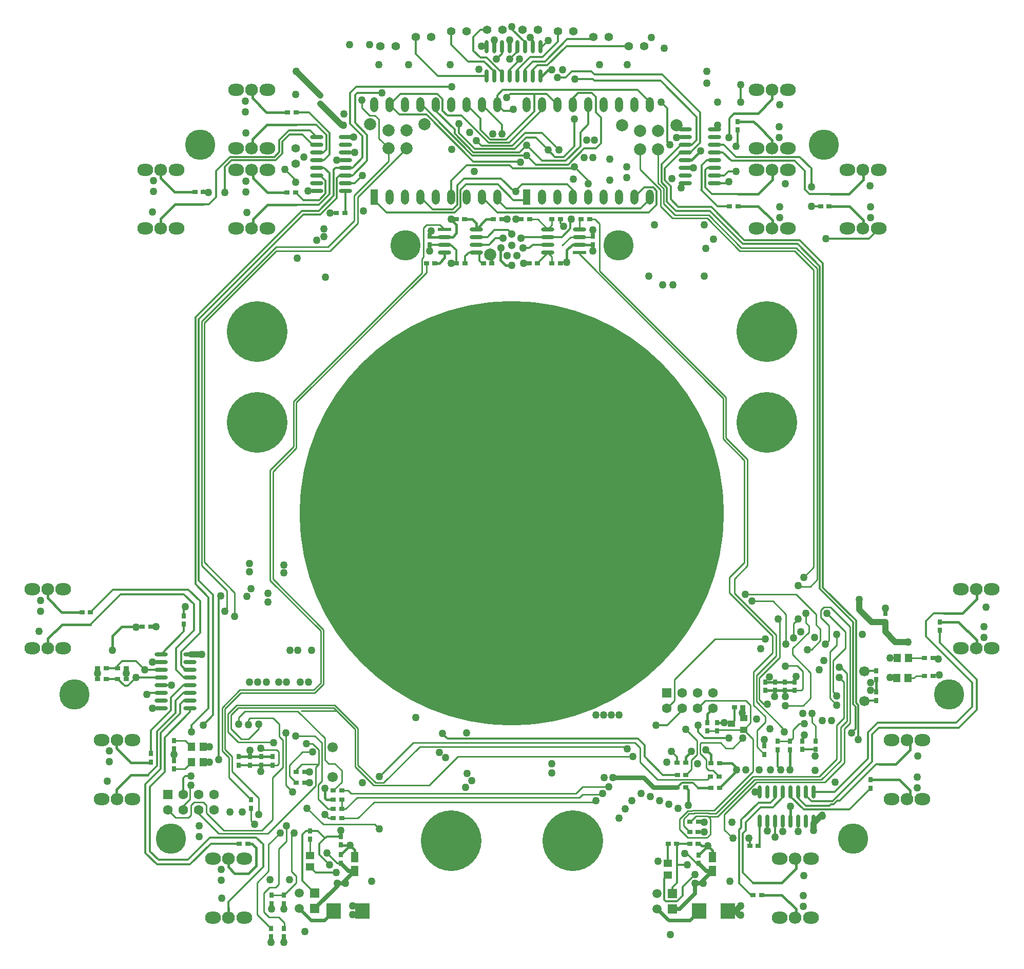
<source format=gtl>
%FSAX25Y25*%
%MOIN*%
G70*
G01*
G75*
G04 Layer_Physical_Order=1*
G04 Layer_Color=255*
%ADD10O,0.08661X0.02362*%
%ADD11R,0.03000X0.03543*%
%ADD12R,0.05118X0.05512*%
%ADD13R,0.05512X0.05118*%
%ADD14R,0.03543X0.03000*%
%ADD15R,0.05000X0.06693*%
%ADD16R,0.04921X0.03937*%
%ADD17R,0.08661X0.02362*%
%ADD18O,0.08661X0.02362*%
%ADD19O,0.02362X0.08661*%
%ADD20R,0.09449X0.09843*%
%ADD21C,0.01575*%
%ADD22C,0.01181*%
%ADD23C,0.00984*%
%ADD24C,0.01000*%
%ADD25C,0.03150*%
%ADD26C,0.03937*%
%ADD27C,0.02756*%
%ADD28C,0.02362*%
%ADD29C,0.00591*%
%ADD30C,0.05906*%
%ADD31R,0.05906X0.05906*%
%ADD32C,0.05118*%
%ADD33C,0.07874*%
%ADD34O,0.10236X0.07874*%
%ADD35O,0.08268X0.07874*%
%ADD36R,0.05118X0.09843*%
%ADD37O,0.05118X0.09843*%
%ADD38R,0.06299X0.06299*%
%ADD39C,0.06299*%
%ADD40C,2.75591*%
%ADD41C,0.39370*%
%ADD42C,0.19685*%
%ADD43C,0.05500*%
%ADD44C,0.06693*%
%ADD45C,0.05000*%
D10*
X0659051Y0586000D02*
D03*
Y0581000D02*
D03*
Y0576000D02*
D03*
Y0571000D02*
D03*
Y0566000D02*
D03*
Y0561000D02*
D03*
Y0556000D02*
D03*
Y0551000D02*
D03*
X0677949Y0586000D02*
D03*
Y0581000D02*
D03*
Y0576000D02*
D03*
Y0571000D02*
D03*
Y0566000D02*
D03*
Y0561000D02*
D03*
Y0556000D02*
D03*
Y0551000D02*
D03*
X0999551Y0927000D02*
D03*
Y0922000D02*
D03*
Y0917000D02*
D03*
Y0912000D02*
D03*
Y0907000D02*
D03*
Y0902000D02*
D03*
Y0897000D02*
D03*
Y0892000D02*
D03*
X1018449Y0927000D02*
D03*
Y0922000D02*
D03*
Y0917000D02*
D03*
Y0912000D02*
D03*
Y0907000D02*
D03*
Y0902000D02*
D03*
Y0897000D02*
D03*
Y0892000D02*
D03*
X0778949Y0887000D02*
D03*
Y0892000D02*
D03*
Y0897000D02*
D03*
Y0902000D02*
D03*
Y0907000D02*
D03*
Y0912000D02*
D03*
Y0917000D02*
D03*
Y0922000D02*
D03*
X0760051Y0887000D02*
D03*
Y0892000D02*
D03*
Y0897000D02*
D03*
Y0902000D02*
D03*
Y0907000D02*
D03*
Y0912000D02*
D03*
Y0917000D02*
D03*
Y0922000D02*
D03*
D11*
X0667500Y0517000D02*
D03*
Y0511500D02*
D03*
Y0524500D02*
D03*
Y0530000D02*
D03*
X0775724Y0462155D02*
D03*
Y0467655D02*
D03*
X0775945Y0455764D02*
D03*
Y0450264D02*
D03*
X1008280Y0455535D02*
D03*
Y0450035D02*
D03*
X1123500Y0569512D02*
D03*
Y0575012D02*
D03*
Y0561500D02*
D03*
Y0556000D02*
D03*
X0939500Y0857500D02*
D03*
Y0852000D02*
D03*
X0674000Y0611000D02*
D03*
Y0605500D02*
D03*
X0833500Y0852000D02*
D03*
Y0857500D02*
D03*
X0652500Y0516000D02*
D03*
Y0521500D02*
D03*
X1120000Y0504500D02*
D03*
Y0499000D02*
D03*
X1165000Y0607000D02*
D03*
Y0601500D02*
D03*
X1033500Y0932000D02*
D03*
Y0926500D02*
D03*
X0755945Y0471276D02*
D03*
Y0465776D02*
D03*
X1084161Y0524130D02*
D03*
Y0529630D02*
D03*
X1075661Y0524130D02*
D03*
Y0529630D02*
D03*
X1020261Y0541650D02*
D03*
Y0536150D02*
D03*
X1067500Y0529500D02*
D03*
Y0524000D02*
D03*
X1059500D02*
D03*
Y0529500D02*
D03*
X0730500Y0402500D02*
D03*
Y0408000D02*
D03*
X0739000Y0402500D02*
D03*
Y0408000D02*
D03*
Y0429500D02*
D03*
Y0424000D02*
D03*
X0731000D02*
D03*
Y0429500D02*
D03*
X0762500Y0949000D02*
D03*
Y0943500D02*
D03*
X1129500Y0607000D02*
D03*
Y0612500D02*
D03*
X1013761Y0541650D02*
D03*
Y0536150D02*
D03*
X1070500Y0568000D02*
D03*
Y0562500D02*
D03*
X1064167Y0568000D02*
D03*
Y0562500D02*
D03*
X1057833Y0568000D02*
D03*
Y0562500D02*
D03*
X1051500Y0568000D02*
D03*
Y0562500D02*
D03*
X0731500Y0519500D02*
D03*
Y0514000D02*
D03*
X0724167Y0519500D02*
D03*
Y0514000D02*
D03*
X0716833Y0519500D02*
D03*
Y0514000D02*
D03*
X0709500Y0519500D02*
D03*
Y0514000D02*
D03*
X0717500Y0491500D02*
D03*
Y0486000D02*
D03*
X1051000Y0521000D02*
D03*
Y0526500D02*
D03*
D12*
X0686480Y0516000D02*
D03*
X0679000D02*
D03*
X0686480Y0526000D02*
D03*
X0679000D02*
D03*
X1137020Y0583382D02*
D03*
X1144500D02*
D03*
X1136770Y0570632D02*
D03*
X1144250D02*
D03*
D13*
X0755945Y0447795D02*
D03*
Y0455276D02*
D03*
X0988280Y0442567D02*
D03*
Y0450047D02*
D03*
D14*
X0747000Y0502500D02*
D03*
X0752500D02*
D03*
X0747000Y0509500D02*
D03*
X0752500D02*
D03*
X0771000Y0479500D02*
D03*
X0776500D02*
D03*
X0771000Y0485500D02*
D03*
X0776500D02*
D03*
X0771000Y0491500D02*
D03*
X0776500D02*
D03*
X0771000Y0497500D02*
D03*
X0776500D02*
D03*
X1008000Y0463000D02*
D03*
X1002500D02*
D03*
Y0470500D02*
D03*
X1008000D02*
D03*
X1002604Y0477177D02*
D03*
X1008104D02*
D03*
X1021780Y0515279D02*
D03*
X1016280D02*
D03*
X0994500Y0507500D02*
D03*
X1000000D02*
D03*
X1021780Y0499279D02*
D03*
X1016280D02*
D03*
X0999799Y0499433D02*
D03*
X0994299D02*
D03*
X0999799Y0515433D02*
D03*
X0994299D02*
D03*
X0932000Y0868500D02*
D03*
X0937500D02*
D03*
X0913000D02*
D03*
X0918500D02*
D03*
X0898500D02*
D03*
X0893000D02*
D03*
X0880500D02*
D03*
X0875000D02*
D03*
X0837000Y0840000D02*
D03*
X0831500D02*
D03*
X0856250Y0868500D02*
D03*
X0850750D02*
D03*
X0898012Y0840000D02*
D03*
X0903512D02*
D03*
X1047000Y0461500D02*
D03*
X1041500D02*
D03*
X0636500Y0577000D02*
D03*
X0631000D02*
D03*
X0618000D02*
D03*
X0623500D02*
D03*
X0631000Y0570000D02*
D03*
X0636500D02*
D03*
X0623500D02*
D03*
X0618000D02*
D03*
X0773000Y0872500D02*
D03*
X0778500D02*
D03*
X0746500Y0886000D02*
D03*
X0741000D02*
D03*
X0856500Y0840000D02*
D03*
X0851000D02*
D03*
X0913000D02*
D03*
X0918500D02*
D03*
X0607782Y0613341D02*
D03*
X0613281D02*
D03*
X0715500Y0463000D02*
D03*
X0710000D02*
D03*
X1049140Y0429661D02*
D03*
X1043640D02*
D03*
X1092910Y0876974D02*
D03*
X1087409D02*
D03*
X1033721Y0876972D02*
D03*
X1028221D02*
D03*
X0741282Y0937839D02*
D03*
X0746781D02*
D03*
X0681090Y0886026D02*
D03*
X0686590D02*
D03*
X0994000Y0463000D02*
D03*
X0988500D02*
D03*
X1021500Y0506500D02*
D03*
X1016000D02*
D03*
X1160500Y0572000D02*
D03*
X1155000D02*
D03*
X1160500Y0583500D02*
D03*
X1155000D02*
D03*
X0647000Y0604000D02*
D03*
X0652500D02*
D03*
X1037000Y0551500D02*
D03*
X1031500D02*
D03*
X0868500Y0840000D02*
D03*
X0874000D02*
D03*
D15*
X1017280Y0454047D02*
D03*
Y0445047D02*
D03*
X0784945Y0454276D02*
D03*
Y0445276D02*
D03*
D16*
X1037500Y0537000D02*
D03*
Y0544500D02*
D03*
X1029500Y0540800D02*
D03*
D17*
X0930701Y0847008D02*
D03*
X0843299Y0862008D02*
D03*
D18*
X0910228D02*
D03*
Y0857008D02*
D03*
Y0852008D02*
D03*
Y0847008D02*
D03*
X0930701Y0862008D02*
D03*
Y0857008D02*
D03*
Y0852008D02*
D03*
X0863772Y0847008D02*
D03*
Y0852008D02*
D03*
Y0857008D02*
D03*
Y0862008D02*
D03*
X0843299Y0847008D02*
D03*
Y0852008D02*
D03*
Y0857008D02*
D03*
D19*
X0870500Y0961551D02*
D03*
X0875500D02*
D03*
X0880500D02*
D03*
X0885500D02*
D03*
X0890500D02*
D03*
X0895500D02*
D03*
X0900500D02*
D03*
X0905500D02*
D03*
X0870500Y0980449D02*
D03*
X0875500D02*
D03*
X0880500D02*
D03*
X0885500D02*
D03*
X0890500D02*
D03*
X0895500D02*
D03*
X0900500D02*
D03*
X0905500D02*
D03*
X1047858Y0477583D02*
D03*
X1052858D02*
D03*
X1057858D02*
D03*
X1062858D02*
D03*
X1067858D02*
D03*
X1072858D02*
D03*
X1077858D02*
D03*
X1082858D02*
D03*
X1047858Y0496480D02*
D03*
X1052858D02*
D03*
X1057858D02*
D03*
X1062858D02*
D03*
X1067858D02*
D03*
X1072858D02*
D03*
X1077858D02*
D03*
X1082858D02*
D03*
D20*
X1008390Y0419047D02*
D03*
X1027169D02*
D03*
X0771055Y0419276D02*
D03*
X0789835D02*
D03*
D21*
X0633500Y0604000D02*
X0647000D01*
X1031500Y0937161D02*
X1046704D01*
X1033500Y0932000D02*
X1043917D01*
X1046757Y0929161D01*
X1188732Y0589811D02*
Y0595268D01*
X1177000Y0607000D02*
X1188732Y0595268D01*
X1165000Y0607000D02*
X1177000D01*
X1064167Y0562500D02*
X1070500D01*
X1057833D02*
X1064167D01*
X1051500D02*
X1057833D01*
X1138417Y0504500D02*
X1145463Y0497455D01*
X1120000Y0504500D02*
X1138417D01*
X1007720Y0499279D02*
X1016280D01*
X0781941Y0461772D02*
X0781949D01*
X0776108D02*
X0781941D01*
X0775724Y0462155D02*
X0776108Y0461772D01*
X0718197Y0463000D02*
X0721000Y0460197D01*
Y0448500D02*
Y0460197D01*
X0716000Y0443500D02*
X0721000Y0448500D01*
X0707000Y0443500D02*
X0716000D01*
X0639526Y0507526D02*
X0650526D01*
X1020261Y0541650D02*
X1024850D01*
X1013761Y0547261D02*
X1017500Y0551000D01*
X1013761Y0541650D02*
Y0547261D01*
X1024850Y0541650D02*
X1025000Y0541500D01*
X1013000Y0524000D02*
X1016280Y0520720D01*
Y0515279D02*
Y0520720D01*
X0999799Y0499433D02*
X1001500Y0497732D01*
Y0488000D02*
Y0497732D01*
X1021780Y0499279D02*
X1033500Y0511000D01*
X1021780Y0515279D02*
X1029720D01*
X0765500Y0492500D02*
Y0499000D01*
Y0492500D02*
X0766500Y0491500D01*
X0771000D01*
X0922500Y0840500D02*
Y0848500D01*
X0926008Y0852008D01*
X0930701D01*
X1043640Y0437661D02*
X1062204D01*
X0594717Y0605341D02*
X0613281D01*
X0874000Y0840000D02*
Y0844500D01*
X0873000Y0845500D02*
X0874000Y0844500D01*
X0838575Y0840000D02*
X0839799D01*
X0843299Y0843500D01*
Y0847008D01*
X0858112Y0868500D02*
X0861250D01*
X0863772Y0865978D01*
X0851000Y0859500D02*
Y0865000D01*
X0848508Y0857008D02*
X0851000Y0859500D01*
X0715500Y0463000D02*
X0718197D01*
X0702768Y0447732D02*
X0707000Y0443500D01*
X0883000Y0838500D02*
X0887000D01*
X0879622Y0841878D02*
X0883000Y0838500D01*
X0879622Y0841878D02*
Y0849724D01*
X0879709Y0849811D01*
X0709500Y0519500D02*
X0716833D01*
X0724167D01*
X0731500D01*
X1056041Y0900500D02*
X1056043Y0900498D01*
Y0894230D02*
Y0900498D01*
X0718959Y0895045D02*
Y0900502D01*
X0728165Y0885839D02*
X0741282D01*
X0718959Y0895045D02*
X0728165Y0885839D01*
X0718959Y0868581D02*
X0728217Y0877839D01*
X0718959Y0862313D02*
Y0868581D01*
X1008280Y0455547D02*
X1014275Y0461543D01*
X1017280Y0454047D02*
Y0458547D01*
X1014283Y0461543D02*
X1017280Y0458547D01*
X1010283Y0461543D02*
X1014275D01*
X1014283D01*
X0775945Y0455776D02*
X0781941Y0461772D01*
X0784945Y0454276D02*
Y0458776D01*
X0781949Y0461772D02*
X0784945Y0458776D01*
X1115232Y0862311D02*
Y0867768D01*
X1106026Y0876974D02*
X1115232Y0867768D01*
X1092910Y0876974D02*
X1106026D01*
X1115232Y0894232D02*
Y0900500D01*
X1105974Y0884974D02*
X1115232Y0894232D01*
X0594665Y0613341D02*
X0607782D01*
X0585459Y0622547D02*
X0594665Y0613341D01*
X0585459Y0622547D02*
Y0628004D01*
Y0596083D02*
X0594717Y0605341D01*
X0585459Y0589815D02*
Y0596083D01*
X0639474Y0515526D02*
X0652591D01*
X0630268Y0524732D02*
X0639474Y0515526D01*
X0630268Y0524732D02*
Y0530189D01*
Y0498268D02*
X0639526Y0507526D01*
X0630268Y0492000D02*
Y0498268D01*
X0702768Y0447732D02*
Y0453189D01*
Y0415000D02*
Y0421268D01*
X1062257Y0429661D02*
X1071463Y0420455D01*
Y0414998D02*
Y0420455D01*
X1049140Y0429661D02*
X1062257D01*
X1071463Y0446919D02*
Y0453187D01*
X1062204Y0437661D02*
X1071463Y0446919D01*
X1145463Y0491998D02*
Y0497455D01*
Y0523919D02*
Y0530187D01*
X1136204Y0514661D02*
X1145463Y0523919D01*
X1188732Y0621732D02*
Y0628000D01*
X1179474Y0612474D02*
X1188732Y0621732D01*
X1056043Y0862309D02*
Y0867766D01*
X1046837Y0876972D02*
X1056043Y0867766D01*
X1033721Y0876972D02*
X1046837D01*
X1046785Y0884972D02*
X1056043Y0894230D01*
X1033721Y0884972D02*
X1046785D01*
X1055963Y0914498D02*
Y0919955D01*
X1046757Y0929161D02*
X1055963Y0919955D01*
Y0946419D02*
Y0952687D01*
X1046704Y0937161D02*
X1055963Y0946419D01*
X0718459Y0920581D02*
X0727717Y0929839D01*
X0718459Y0914313D02*
Y0920581D01*
Y0947045D02*
X0727665Y0937839D01*
X0740781D01*
X0718459Y0947045D02*
Y0952502D01*
X0667974Y0886026D02*
X0681090D01*
X0658768Y0895232D02*
X0667974Y0886026D01*
X0658768Y0895232D02*
Y0900689D01*
Y0868768D02*
X0668026Y0878026D01*
X0658768Y0862500D02*
Y0868768D01*
X0863772Y0862008D02*
Y0865978D01*
Y0862008D02*
X0870264Y0868500D01*
X0875000D01*
X0843299Y0857008D02*
X0848508D01*
X0833500Y0857500D02*
X0833992Y0857008D01*
X0843299D01*
X0930701Y0852008D02*
X0939492D01*
X0939500Y0852000D01*
X1067858Y0476083D02*
Y0477583D01*
X1123500Y0561500D02*
Y0569512D01*
X0627500Y0598000D02*
X0633500Y0604000D01*
X0627500Y0588500D02*
Y0598000D01*
X0905500Y0961551D02*
X0906551D01*
X0910500Y0965500D02*
X0913000D01*
X0906551Y0961551D02*
X0910500Y0965500D01*
X1067858Y0477583D02*
Y0487032D01*
X0999551Y0907000D02*
X1003500D01*
X1009500Y0913000D01*
X1125500Y0514661D02*
X1136204D01*
X1167500Y0612474D02*
X1179474D01*
X1067500Y0511000D02*
Y0524000D01*
X0999799Y0515433D02*
Y0519299D01*
X1003500Y0523000D01*
X1033500Y0511000D02*
X1034000D01*
X1029720Y0515279D02*
X1034000Y0511000D01*
X1094000Y0884974D02*
X1105974D01*
X0668026Y0878026D02*
X0686590D01*
X0728217Y0877839D02*
X0746781D01*
X0727717Y0929839D02*
X0746781D01*
X1051500Y0568000D02*
X1057833D01*
X1064167D01*
X1070500D01*
X0847500Y0868500D02*
X0851000Y0865000D01*
X1008280Y0463547D02*
X1010283Y0461543D01*
X1037500Y0544500D02*
Y0551000D01*
D22*
X0861216Y0910000D02*
X0896500D01*
X0835532Y0935685D02*
X0861216Y0910000D01*
X0895500Y0924500D02*
X0906500D01*
X0887185Y0916185D02*
X0895500Y0924500D01*
X0867315Y0916185D02*
X0887185D01*
X0906500Y0939500D02*
Y0943000D01*
X0885153Y0918153D02*
X0906500Y0939500D01*
X0871846Y0918153D02*
X0885153D01*
X0901500Y0938500D02*
Y0949937D01*
X0883122Y0920122D02*
X0901500Y0938500D01*
X0872894Y0920122D02*
X0883122D01*
X0866516Y0926500D02*
Y0933984D01*
Y0926500D02*
X0872894Y0920122D01*
X0838949Y0961551D02*
X0870500D01*
X0824571Y0975929D02*
X0838949Y0961551D01*
X0824571Y0975929D02*
Y0986929D01*
X0765957Y0885272D02*
Y0893543D01*
X0761685Y0881000D02*
X0765957Y0885272D01*
X0751500Y0881000D02*
X0761685D01*
X0768500Y0884831D02*
Y0898500D01*
X0761509Y0877839D02*
X0768500Y0884831D01*
X0746781Y0877839D02*
X0761509D01*
X0771272Y0883772D02*
Y0900772D01*
X0761500Y0874000D02*
X0771272Y0883772D01*
X0750500Y0874000D02*
X0761500D01*
X0773240Y0882240D02*
Y0895240D01*
X0762539Y0871539D02*
X0773240Y0882240D01*
X0751539Y0871539D02*
X0762539D01*
X0778949Y0872949D02*
Y0887000D01*
X0778500Y0872500D02*
X0778949Y0872949D01*
X0976000Y0873000D02*
X0981000Y0878000D01*
X0877500Y0873000D02*
X0976000D01*
X0867500Y0883000D02*
X0877500Y0873000D01*
X0970500Y0875500D02*
X0976500Y0881500D01*
X0883216Y0875500D02*
X0970500D01*
X0876608Y0882108D02*
X0883216Y0875500D01*
X0888000Y0881000D02*
X0894500D01*
X0877791Y0891209D02*
X0888000Y0881000D01*
X0857209Y0891209D02*
X0877791D01*
X0894500Y0881000D02*
X0896500Y0883000D01*
X0856000Y0895000D02*
X0880000D01*
X0851500Y0890500D02*
X0856000Y0895000D01*
X0851500Y0878000D02*
Y0890500D01*
X0853500Y0887500D02*
X0857209Y0891209D01*
X0848500Y0875000D02*
X0851500Y0878000D01*
X0835500Y0875000D02*
X0848500D01*
X0850000Y0873000D02*
X0853500Y0876500D01*
X0805500Y0873000D02*
X0850000D01*
X0853500Y0876500D02*
Y0887500D01*
X0827500Y0883000D02*
X0835500Y0875000D01*
X0797500Y0881000D02*
X0805500Y0873000D01*
X0885500Y0903500D02*
X0887500Y0901500D01*
X0857394Y0903500D02*
X0885500D01*
X0847500Y0893606D02*
X0857394Y0903500D01*
X1031301Y0937161D02*
X1031500D01*
X1028140Y0934000D02*
X1031301Y0937161D01*
X1028140Y0921640D02*
Y0934000D01*
X1028000Y0921500D02*
X1028140Y0921640D01*
X1032500Y0916000D02*
X1033500Y0917000D01*
Y0926500D01*
X1160974Y0612474D02*
X1167500D01*
X1156000Y0607500D02*
X1160974Y0612474D01*
X1156000Y0597500D02*
Y0607500D01*
X1165000Y0593409D02*
X1188910Y0569500D01*
X1165000Y0593409D02*
Y0601500D01*
X1186000Y0552000D02*
Y0567500D01*
X1156000Y0597500D02*
X1186000Y0567500D01*
X1125333Y0538333D02*
X1177333D01*
X1120687Y0533687D02*
X1125333Y0538333D01*
X1120687Y0516187D02*
Y0533687D01*
X1098036Y0490752D02*
X1099752D01*
X1095847Y0488563D02*
X1098036Y0490752D01*
X1094322Y0488563D02*
X1095847D01*
X1093290Y0487532D02*
X1094322Y0488563D01*
X1095032Y0490531D02*
X1120687Y0516187D01*
X1081358Y0490531D02*
X1095032D01*
X1099752Y0490752D02*
X1123661Y0514661D01*
X1125500D01*
X1106032Y0485032D02*
X1120000Y0499000D01*
X1102011Y0485032D02*
X1106032D01*
X0997500Y0549500D02*
Y0551000D01*
X0988000Y0540000D02*
X0997500Y0549500D01*
X0980500Y0540000D02*
X0988000D01*
X1008000Y0535500D02*
Y0540000D01*
Y0535500D02*
X1012000Y0531500D01*
X1028000D01*
X1004500Y0502500D02*
X1007720Y0499279D01*
X0997366Y0502500D02*
X1004500D01*
X0985000Y0507500D02*
X0994500D01*
X0973120Y0519380D02*
X0985000Y0507500D01*
X0973120Y0519380D02*
Y0526880D01*
X1035878Y0473378D02*
Y0478378D01*
X1034500Y0472000D02*
X1035878Y0473378D01*
X1034500Y0437278D02*
Y0472000D01*
X1039000Y0471500D02*
Y0477000D01*
X1037000Y0469500D02*
X1039000Y0471500D01*
X1037000Y0444301D02*
Y0469500D01*
X1039000Y0477000D02*
X1048532Y0486531D01*
X1047031Y0489532D02*
X1054858D01*
X1035878Y0478378D02*
X1047031Y0489532D01*
X1048532Y0486531D02*
X1056358D01*
X0998000Y0429323D02*
Y0435000D01*
X0994177Y0425500D02*
X0998000Y0429323D01*
X0987000Y0425500D02*
X0994177D01*
X0998000Y0435000D02*
X1006000Y0443000D01*
X0991280Y0430547D02*
Y0434500D01*
X0994279Y0437500D01*
Y0449000D01*
X1006953Y0450047D02*
X1008280D01*
X1000453Y0456547D02*
X1006953Y0450047D01*
X0999279Y0456547D02*
X1000453D01*
X0656500Y0449500D02*
X0678000D01*
X0649000Y0457000D02*
X0656500Y0449500D01*
X0649000Y0457000D02*
Y0501500D01*
X0659000Y0511500D01*
X0725500Y0448000D02*
Y0462500D01*
X0721000Y0467000D02*
X0725500Y0462500D01*
X0691000Y0467000D02*
X0721000D01*
X0702768Y0425268D02*
X0725500Y0448000D01*
X0702768Y0421268D02*
Y0425268D01*
X0693000Y0546500D02*
Y0624500D01*
X0686500Y0540000D02*
X0693000Y0546500D01*
X0679000Y0540000D02*
X0690000Y0551000D01*
Y0623000D01*
X0691500Y0463000D02*
X0710000D01*
X0678000Y0449500D02*
X0691500Y0463000D01*
X0659000Y0511500D02*
Y0535000D01*
X0656500Y0513500D02*
Y0536000D01*
X0650526Y0507526D02*
X0656500Y0513500D01*
X0677949Y0548449D02*
Y0551000D01*
X0661500Y0532000D02*
X0677949Y0548449D01*
X0661500Y0509500D02*
Y0532000D01*
X0683500Y0634000D02*
X0693000Y0624500D01*
X0683500Y0634000D02*
Y0803500D01*
X0681379Y0631621D02*
X0690000Y0623000D01*
X0677000Y0628000D02*
X0684500Y0620500D01*
Y0600000D02*
Y0620500D01*
X0672043Y0587543D02*
X0684500Y0600000D01*
X1087000Y0628500D02*
Y0838000D01*
X1072500Y0852500D02*
X1087000Y0838000D01*
X1037000Y0852500D02*
X1072500D01*
X1015500Y0874000D02*
X1037000Y0852500D01*
X1077250Y0887750D02*
Y0899750D01*
X1070500Y0906500D02*
X1077250Y0899750D01*
X1029500Y0906500D02*
X1070500D01*
X1081500Y0889500D02*
Y0901500D01*
X1074000Y0909000D02*
X1081500Y0901500D01*
X1032500Y0909000D02*
X1074000D01*
X1024000Y0912000D02*
X1029500Y0906500D01*
X1018449Y0912000D02*
X1024000D01*
X0997000Y0917000D02*
X0999551D01*
X0984031Y0904031D02*
X0997000Y0917000D01*
X0984031Y0892468D02*
Y0904031D01*
X0993500Y0874000D02*
X1015500D01*
X1038000Y0855000D02*
X1073828D01*
X1016500Y0876500D02*
X1038000Y0855000D01*
X0995000Y0876500D02*
X1016500D01*
X0990138Y0881362D02*
X0995000Y0876500D01*
X0987500Y0880000D02*
X0993500Y0874000D01*
X0987500Y0880000D02*
Y0889000D01*
X0990138Y0881362D02*
Y0889862D01*
X0986106Y0893894D02*
X0990138Y0889862D01*
X0986106Y0893894D02*
Y0901606D01*
X0984031Y0892468D02*
X0987500Y0889000D01*
X0981000Y0878000D02*
Y0887000D01*
X0978701Y0889299D02*
X0981000Y0887000D01*
X0972799Y0889299D02*
X0978701D01*
X0986106Y0901606D02*
X0996500Y0912000D01*
X0999551D01*
X1009126Y0918126D02*
Y0937874D01*
X0984500Y0962500D02*
X1009126Y0937874D01*
X0940500Y0962500D02*
X0984500D01*
X0983500Y0958500D02*
X1007000Y0935000D01*
X0940634Y0958500D02*
X0983500D01*
X0939634Y0959500D02*
X0940634Y0958500D01*
X0938500Y0964500D02*
X0940500Y0962500D01*
X0923000Y0985500D02*
X0938428D01*
X0908500Y0971000D02*
X0923000Y0985500D01*
X0900500Y0971000D02*
X0908500D01*
X0922500Y0981000D02*
X0963000D01*
X0910000Y0968500D02*
X0922500Y0981000D01*
X0903500Y0968500D02*
X0910000D01*
X0900500Y0965500D02*
X0903500Y0968500D01*
X0895500Y0966000D02*
X0900500Y0971000D01*
X0907000Y0974000D02*
X0917000Y0984000D01*
X0899000Y0974000D02*
X0907000D01*
X0890500Y0965500D02*
X0899000Y0974000D01*
X0891750Y0971750D02*
Y0972750D01*
X0885500Y0965500D02*
X0891750Y0971750D01*
X0885500Y0961551D02*
Y0965500D01*
X0866500Y0973500D02*
X0870500D01*
X0862000Y0978000D02*
X0866500Y0973500D01*
X0862000Y0978000D02*
Y0987000D01*
X0869000Y0971000D02*
X0875500Y0964500D01*
X0858500Y0971000D02*
X0869000D01*
X0847643Y0981857D02*
X0858500Y0971000D01*
X0870500Y0973500D02*
X0880500Y0963500D01*
X0875500Y0961551D02*
Y0964500D01*
X0857500Y0943000D02*
X0866516Y0933984D01*
X0849750Y0924250D02*
Y0926750D01*
X0837500Y0939000D02*
X0849750Y0926750D01*
X0837500Y0939000D02*
Y0943000D01*
X0849750Y0924250D02*
X0862000Y0912000D01*
X0845250Y0935750D02*
X0854250D01*
X0842000Y0939000D02*
X0845250Y0935750D01*
X0842000Y0939000D02*
Y0946500D01*
X0847500Y0883000D02*
Y0893606D01*
X0790000Y0908503D02*
Y0922500D01*
X0782000Y0930500D02*
X0790000Y0922500D01*
X0782000Y0930500D02*
Y0950500D01*
X0783497Y0902000D02*
X0790000Y0908503D01*
X0785126Y0931158D02*
X0793000Y0923284D01*
Y0906500D02*
Y0923284D01*
X0783500Y0897000D02*
X0793000Y0906500D01*
X0785878Y0954378D02*
X0847744D01*
X0782000Y0950500D02*
X0785878Y0954378D01*
X0769000Y0526500D02*
X0770500Y0525358D01*
X0774325Y0467655D02*
X0775945Y0469276D01*
X0766825Y0467655D02*
X0774325D01*
X0765669Y0466500D02*
X0766825Y0467655D01*
X1124442Y0541558D02*
X1175558D01*
X1186000Y0552000D01*
X1118055Y0535172D02*
X1124442Y0541558D01*
X1177333Y0538333D02*
X1188910Y0549909D01*
Y0569500D01*
X0880500Y0924000D02*
Y0930000D01*
X0867500Y0943000D02*
X0880500Y0930000D01*
X0945000Y0918000D02*
Y0934500D01*
X0936500Y0930106D02*
Y0943000D01*
X0931378Y0924984D02*
X0936500Y0930106D01*
X0931378Y0915878D02*
Y0924984D01*
X0941500Y0914500D02*
X0945000Y0918000D01*
X0934000Y0914500D02*
X0941500D01*
X0906500Y0924500D02*
X0917500Y0913500D01*
X0902500Y0921500D02*
X0910500Y0913500D01*
X0896016Y0921500D02*
X0902500D01*
X0888732Y0914217D02*
X0896016Y0921500D01*
X0885937Y0949937D02*
X0909563D01*
X0923500Y0904000D02*
X0934000Y0914500D01*
X0926000Y0964500D02*
X0938500D01*
X0928000Y0959500D02*
X0939634D01*
X0968532Y0952468D02*
X0975500Y0945500D01*
X0877500Y0949000D02*
X0880968Y0952468D01*
X0968532D01*
X0939000Y0950500D02*
X0941500Y0948000D01*
X0930000Y0950500D02*
X0939000D01*
X0926500Y0947000D02*
X0930000Y0950500D01*
X0941500Y0938000D02*
Y0948000D01*
X0852500Y0924500D02*
X0862784Y0914217D01*
X0864000Y0919500D02*
X0867315Y0916185D01*
X0854250Y0935750D02*
X0871846Y0918153D01*
X0862784Y0914217D02*
X0888732D01*
X0918500Y0866000D02*
X0920500Y0864000D01*
X0918500Y0866000D02*
Y0868500D01*
X0919508Y0857008D02*
X0924992Y0862492D01*
Y0867992D01*
X0925500Y0868500D01*
X0926500Y0901500D02*
X0927500D01*
X0887500D02*
X0926500D01*
X0852500Y0924500D02*
Y0930500D01*
X0892000Y0912000D02*
X0896500Y0916500D01*
X0862000Y0912000D02*
X0892000D01*
X0835532Y0935685D02*
Y0935968D01*
X0828500Y0943000D02*
X0835532Y0935968D01*
X0831500Y0936500D02*
X0862000Y0906000D01*
X0892000D01*
X0659051Y0566000D02*
X0666000D01*
X0994279Y0449000D02*
X0994327Y0449047D01*
X1000780D01*
X0995000Y0463000D02*
X1002500D01*
X0994279Y0462280D02*
X0995000Y0463000D01*
X0994279Y0449000D02*
Y0462280D01*
X0842000Y0534244D02*
Y0534500D01*
Y0534244D02*
X0845122Y0531122D01*
X0900500Y0980449D02*
Y0985000D01*
Y0978949D02*
Y0980449D01*
X0737730Y0911230D02*
Y0918730D01*
X0742500Y0923500D01*
X0751000D01*
X0757500Y0917000D01*
X0760051D01*
X0735762Y0912045D02*
Y0919762D01*
X0742331Y0926331D01*
X0755721D01*
X0760051Y0922000D01*
X1082858Y0496480D02*
X1096480D01*
X1029500Y0540800D02*
X1031500Y0542800D01*
Y0551500D01*
X1030862Y0552138D02*
X1031500Y0551500D01*
X1028000Y0531500D02*
Y0533000D01*
X0867492Y0840000D02*
X0868500D01*
X0865992Y0841500D02*
X0867492Y0840000D01*
X0865992Y0841500D02*
Y0847008D01*
X0863772D02*
X0865992D01*
X0859008D02*
X0863772D01*
X0856500Y0844500D02*
X0859008Y0847008D01*
X0856500Y0840000D02*
Y0844500D01*
X0850700Y0840300D02*
X0851000Y0840000D01*
X0850700Y0840300D02*
Y0848500D01*
X0847192Y0852008D02*
X0850700Y0848500D01*
X0674000Y0616000D02*
X0675000Y0617000D01*
X0674000Y0611000D02*
Y0616000D01*
X0652500Y0521500D02*
Y0536500D01*
X0676500Y0452500D02*
X0691000Y0467000D01*
X0652000Y0500000D02*
X0661500Y0509500D01*
X0759465Y0444276D02*
X0772945D01*
X0755945Y0447795D02*
X0759465Y0444276D01*
X0750827Y0438894D02*
X0758945Y0430776D01*
X0750827Y0438894D02*
Y0468827D01*
X0753276Y0471276D01*
X0755945D01*
X0760894D02*
X0765669Y0466500D01*
X0755945Y0471276D02*
X0760894D01*
X0761945Y0462776D02*
X0765669Y0466500D01*
X0988000Y0918500D02*
Y0940500D01*
Y0918500D02*
X0989500Y0917000D01*
X0984000Y0944500D02*
X0988000Y0940500D01*
X0696590Y0622590D02*
X0698000Y0624000D01*
X0910228Y0857008D02*
X0919508D01*
X0778949Y0892000D02*
X0785000D01*
X0790000Y0897000D01*
X1087000Y0628500D02*
X1108500Y0607000D01*
Y0553500D02*
Y0607000D01*
Y0553500D02*
X1110032Y0551968D01*
Y0537532D02*
Y0551968D01*
X1107500Y0535000D02*
X1110032Y0537532D01*
X1110500Y0554464D02*
Y0607828D01*
Y0554464D02*
X1112000Y0552964D01*
Y0530500D02*
Y0552964D01*
X0709500Y0514000D02*
X0716833D01*
X0724167D01*
X0731500D01*
X0671500Y0547500D02*
Y0553500D01*
X0652500Y0536500D02*
X0665500Y0549500D01*
X0668500Y0548000D02*
Y0556000D01*
X0656500Y0536000D02*
X0668500Y0548000D01*
X0665500Y0549500D02*
Y0558000D01*
X0838500Y0950000D02*
X0842000Y0946500D01*
X0814500Y0950000D02*
X0838500D01*
X0847643Y0981857D02*
Y0990500D01*
X0938428Y0985500D02*
X0939929Y0987000D01*
X0936500Y0891500D02*
Y0893500D01*
X0927500Y0902500D02*
X0936500Y0893500D01*
X0926500Y0901500D02*
X0927500Y0902500D01*
Y0901500D02*
Y0902500D01*
X0892000Y0906000D02*
X0892500Y0905500D01*
X0935500Y0891500D02*
X0936500D01*
X0927500Y0916000D02*
Y0932000D01*
X0920500Y0909000D02*
X0927500Y0916000D01*
X0922000Y0906500D02*
X0931378Y0915878D01*
X0902500Y0904000D02*
X0923500D01*
X0896500Y0910000D02*
X0902500Y0904000D01*
X0906500Y0906500D02*
X0922000D01*
X0896500Y0916500D02*
X0906500Y0906500D01*
X0915000Y0909000D02*
X0920500D01*
X0910500Y0913500D02*
X0915000Y0909000D01*
X0761945Y0455776D02*
Y0462776D01*
Y0455776D02*
X0768445Y0449276D01*
X0766945Y0456776D02*
X0773445Y0450276D01*
X0775945D01*
X0986000Y0440287D02*
X0988280Y0442567D01*
X0986000Y0426500D02*
Y0440287D01*
Y0426500D02*
X0987000Y0425500D01*
X0988280Y0450047D02*
Y0462780D01*
X0988500Y0463000D01*
X0877500Y0943000D02*
X0881500Y0939000D01*
X0889000D01*
X0797500Y0881000D02*
Y0883000D01*
X0926500D02*
Y0887500D01*
X0922791Y0891209D02*
X0926500Y0887500D01*
Y0943000D02*
Y0947000D01*
X0893500Y0891209D02*
X0922791D01*
X0889500Y0886500D02*
Y0887209D01*
X0893500Y0891209D01*
X0888500Y0886500D02*
X0889500D01*
X0880000Y0895000D02*
X0888500Y0886500D01*
X0976500Y0881500D02*
Y0883000D01*
X0966500D02*
X0972799Y0889299D01*
X0883500Y0947500D02*
X0885937Y0949937D01*
X0909563D02*
X0916500Y0943000D01*
X0877500D02*
Y0949000D01*
X0900500Y0961551D02*
Y0965500D01*
X0895500Y0961551D02*
Y0966000D01*
X0890500Y0961551D02*
Y0965500D01*
X0807500Y0943000D02*
X0814500Y0950000D01*
X0807500Y0943000D02*
X0814000Y0936500D01*
X0941500Y0938000D02*
X0945000Y0934500D01*
X0827500Y0943000D02*
X0828500D01*
X0814000Y0936500D02*
X0831500D01*
X0863772Y0852008D02*
X0872008D01*
X0876142Y0856142D01*
X0881153D01*
X0863772Y0857008D02*
X0871008D01*
X0875500Y0861500D01*
X0884457D01*
X0887000Y0858957D01*
X0892846Y0856142D02*
X0893713Y0857008D01*
X0910228D01*
X0894291Y0849811D02*
X0898311D01*
X0900508Y0852008D01*
X0910228D01*
X0833508D02*
X0843299D01*
X0746781Y0929839D02*
X0759846D01*
X0766500Y0923185D01*
Y0914000D02*
Y0923185D01*
X0764500Y0912000D02*
X0766500Y0914000D01*
X0760051Y0912000D02*
X0764500D01*
X0746781Y0937839D02*
X0755330D01*
X0768500Y0924669D01*
Y0910500D02*
Y0924669D01*
X0765000Y0907000D02*
X0768500Y0910500D01*
X0760051Y0907000D02*
X0765000D01*
X0686590Y0886026D02*
Y0887090D01*
Y0878026D02*
X0690026D01*
X0746500Y0886000D02*
X0751500Y0881000D01*
X0760051Y0902000D02*
X0765000D01*
X1035500Y0944500D02*
Y0956000D01*
X1014000Y0902000D02*
X1018449D01*
X1020528Y0876972D02*
X1028221D01*
X1010000Y0887500D02*
X1020528Y0876972D01*
X1010000Y0887500D02*
X1010032Y0887531D01*
Y0903531D01*
X1013500Y0907000D01*
X1018449D01*
Y0897000D02*
X1025000D01*
X1018449Y0917000D02*
X1024500D01*
X1032500Y0909000D01*
X1077250Y0887750D02*
X1080026Y0884974D01*
X1094000D01*
X1091000Y0856000D02*
X1118957D01*
X1027000Y0892000D02*
X1028000Y0893000D01*
X1018449Y0892000D02*
X1027000D01*
X1025000Y0897000D02*
X1027500Y0899500D01*
X1032500D01*
X0675000Y0576000D02*
X0677949D01*
X0672043Y0578957D02*
X0675000Y0576000D01*
X0669000D02*
X0674000Y0571000D01*
X0677949D01*
X0674000Y0556000D02*
X0677949D01*
X0671500Y0553500D02*
X0674000Y0556000D01*
X0668500D02*
X0673500Y0561000D01*
X0677949D01*
X0665500Y0558000D02*
X0673500Y0566000D01*
X0677949D01*
X1077858Y0494031D02*
Y0496480D01*
Y0494031D02*
X1081358Y0490531D01*
X1072858Y0492531D02*
Y0496480D01*
Y0492531D02*
X1077858Y0487532D01*
X1067858Y0493532D02*
Y0496480D01*
Y0493532D02*
X1076358Y0485032D01*
X1057858Y0492531D02*
Y0496480D01*
X1054858Y0489532D02*
X1057858Y0492531D01*
X1062858Y0493032D02*
Y0496480D01*
X1056358Y0486531D02*
X1062858Y0493032D01*
X1042117Y0429661D02*
X1043640D01*
X1116154Y0575012D02*
X1123500D01*
X1116354Y0556000D02*
X1123500D01*
X1076358Y0485032D02*
X1102011D01*
X1077858Y0487532D02*
X1093290D01*
X0672043Y0578957D02*
Y0587543D01*
X0669000Y0590000D02*
X0680500Y0601500D01*
X0669000Y0576000D02*
Y0590000D01*
X0613281Y0613341D02*
X0627940Y0628000D01*
X0677000D01*
X0674000Y0625000D02*
X0680500Y0618500D01*
Y0601500D02*
Y0618500D01*
X0613281Y0605341D02*
X0632940Y0625000D01*
X0674000D01*
Y0600949D02*
Y0605500D01*
X0659051Y0586000D02*
X0674000Y0600949D01*
X0917000Y0984000D02*
Y0990500D01*
X0862000Y0987000D02*
X0866500Y0991500D01*
X0870714D01*
X0905500Y0978949D02*
Y0979500D01*
X0910500Y0984500D01*
X0995736Y0902000D02*
X0999551D01*
X1012543Y0889287D02*
X1016859Y0884972D01*
X1012543Y0889287D02*
Y0900543D01*
X1014000Y0902000D01*
X0995500Y0922000D02*
X0999551D01*
X0993843Y0921342D02*
X0994000Y0921500D01*
X0899000Y0986500D02*
X0900500Y0985000D01*
X0875500Y0978949D02*
Y0986284D01*
X0875858Y0986642D01*
X0762500Y0897000D02*
X0765957Y0893543D01*
X0765000Y0902000D02*
X0768500Y0898500D01*
X0681379Y0631621D02*
Y0804879D01*
X0771272Y0900772D02*
X0772500Y0902000D01*
X0778949D01*
X0999551Y0912000D02*
X1003000D01*
X1009126Y0918126D01*
X1089000Y0629328D02*
X1110500Y0607828D01*
X1089000Y0629328D02*
Y0839828D01*
X1073828Y0855000D02*
X1089000Y0839828D01*
X0643000Y0571000D02*
X0659051D01*
X0659551D01*
X0773240Y0895240D02*
X0775000Y0897000D01*
X0778949D01*
X1057858Y0467142D02*
X1058500Y0466500D01*
X1057858Y0467142D02*
Y0477583D01*
X0999551Y0917000D02*
X1004000D01*
X1007000Y0920000D01*
Y0935000D01*
X0648500Y0576000D02*
X0659051D01*
X0659551D01*
X0643000Y0581500D02*
X0648500Y0576000D01*
X0634000Y0581500D02*
X0643000D01*
X0631000Y0578500D02*
X0634000Y0581500D01*
X0631000Y0577000D02*
Y0578500D01*
X0624500Y0577000D02*
X0631000D01*
X0637500Y0565500D02*
X0643000Y0571000D01*
X0635500Y0565500D02*
X0637500D01*
X0631000Y0570000D02*
X0635500Y0565500D01*
X0623500Y0570000D02*
X0631000D01*
X0785126Y0931158D02*
Y0949119D01*
X0778949Y0902000D02*
X0783497D01*
X1081526Y0876974D02*
X1087409D01*
X1081500Y0877000D02*
X1081526Y0876974D01*
X0890500Y0977500D02*
Y0980449D01*
X0885500Y0972500D02*
X0890500Y0977500D01*
X0895500Y0980449D02*
Y0983500D01*
X0887000Y0992000D02*
X0895500Y0983500D01*
X0887000Y0992000D02*
Y0993500D01*
X0916500Y0960500D02*
X0922000D01*
X0926000Y0964500D01*
X0824571Y0986929D02*
Y0987000D01*
X0824500D02*
X0824571Y0986929D01*
X0880500Y0961551D02*
Y0963500D01*
Y0976000D02*
Y0980449D01*
X0877000Y0972500D02*
X0880500Y0976000D01*
X0786507Y0950500D02*
X0802500D01*
X0785126Y0949119D02*
X0786507Y0950500D01*
X0847744Y0954378D02*
X0848000Y0954634D01*
X0778949Y0897000D02*
X0783500D01*
X0681379Y0804879D02*
X0750500Y0874000D01*
X0683500Y0803500D02*
X0751539Y0871539D01*
X0679000Y0535500D02*
Y0540000D01*
X0650000Y0560000D02*
X0651000Y0561000D01*
X0659051D01*
X0673500Y0495000D02*
Y0505500D01*
X0675000Y0507000D02*
X0677000D01*
X0673500Y0505500D02*
X0675000Y0507000D01*
X0696590Y0517590D02*
Y0622590D01*
X0659000Y0535000D02*
X0671500Y0547500D01*
X1075661Y0524130D02*
X1084161D01*
X1034500Y0437278D02*
X1042117Y0429661D01*
X1037000Y0444301D02*
X1043640Y0437661D01*
X1041500Y0461500D02*
Y0466000D01*
X1041000Y0466500D02*
X1041500Y0466000D01*
X1047000Y0461500D02*
X1047858Y0462358D01*
Y0477583D01*
X1059500Y0513000D02*
Y0524000D01*
Y0513000D02*
X1061500Y0511000D01*
X0769000Y0526500D02*
X0769142Y0526358D01*
X0845122Y0531122D02*
X0968878D01*
X0994299Y0515433D02*
Y0519201D01*
X0990500Y0523000D02*
X0994299Y0519201D01*
X0968878Y0531122D02*
X0973120Y0526880D01*
X0994299Y0499433D02*
X0997366Y0502500D01*
X1016859Y0884972D02*
X1033721D01*
X1096480Y0496480D02*
X1118055Y0518055D01*
Y0535172D01*
X0690026Y0878026D02*
X0695000Y0883000D01*
X0732716Y0909000D02*
X0735762Y0912045D01*
X0695000Y0883000D02*
Y0900000D01*
X0704000Y0909000D01*
X0732716D01*
X0700500Y0886000D02*
Y0902500D01*
X0705000Y0907000D01*
X0733500D01*
X0737730Y0911230D01*
X1118957Y0856000D02*
X1125270Y0862313D01*
X0652000Y0458000D02*
Y0500000D01*
Y0458000D02*
X0657500Y0452500D01*
X0676500D01*
D23*
X0784500Y0867500D02*
Y0884000D01*
X0767500Y0850500D02*
X0784500Y0867500D01*
X0733857Y0850500D02*
X0767500D01*
X0685370Y0802013D02*
X0733857Y0850500D01*
X0733728Y0847728D02*
X0768728D01*
X0786721Y0865720D02*
Y0882720D01*
X0768728Y0847728D02*
X0786721Y0865720D01*
X0687142Y0801142D02*
X0733728Y0847728D01*
X0806689Y0906189D02*
Y0914500D01*
X0784500Y0884000D02*
X0806689Y0906189D01*
X0786721Y0882720D02*
X0818500Y0914500D01*
X1148000Y0570632D02*
X1149368Y0572000D01*
X1155000D01*
X1144250Y0570632D02*
X1148000D01*
X0987500Y0551000D02*
X0992500Y0556000D01*
Y0569500D01*
X0987500Y0551000D02*
Y0552891D01*
X0967000Y0528500D02*
X0970228Y0525272D01*
Y0515772D02*
Y0525272D01*
Y0515772D02*
X0981500Y0504500D01*
X0798000Y0475500D02*
X0801000Y0472500D01*
X0764500Y0475500D02*
X0798000D01*
X0782630Y0495370D02*
X0928370D01*
X0780500Y0497500D02*
X0782630Y0495370D01*
X0776500Y0497500D02*
X0780500D01*
X0765500Y0517500D02*
X0768000Y0515000D01*
X0772000D01*
X0776500Y0510500D01*
Y0503000D02*
Y0510500D01*
X0771000Y0497500D02*
X0776500Y0503000D01*
X0765500Y0517500D02*
Y0531500D01*
X0763500Y0503500D02*
Y0528500D01*
X0761279Y0501279D02*
X0763500Y0503500D01*
X0761279Y0491720D02*
Y0501279D01*
X0759000Y0533000D02*
X0763500Y0528500D01*
X0748000Y0549000D02*
X0765500Y0531500D01*
X0724500Y0471500D02*
X0731500Y0478500D01*
Y0505704D01*
X0700000Y0471500D02*
X0724500D01*
X0688500Y0483000D02*
X0700000Y0471500D01*
X0688500Y0483000D02*
Y0488000D01*
X0686500Y0490000D02*
X0688500Y0488000D01*
X0680500Y0490000D02*
X0686500D01*
X0678500Y0488000D02*
X0680500Y0490000D01*
X0678500Y0481500D02*
Y0488000D01*
X0707000Y0610500D02*
Y0626000D01*
X0687142Y0645858D02*
X0707000Y0626000D01*
X0687142Y0645858D02*
Y0801142D01*
X0701780Y0622435D02*
Y0627220D01*
X0685370Y0643630D02*
X0701780Y0627220D01*
X0685370Y0643630D02*
Y0802013D01*
X0745221Y0720720D02*
Y0750237D01*
X0730000Y0705500D02*
X0745221Y0720720D01*
X0730000Y0633983D02*
Y0705500D01*
X1085130Y0634410D02*
Y0836370D01*
X1071500Y0850000D02*
X1085130Y0836370D01*
X1036000Y0850000D02*
X1071500D01*
X1014693Y0871307D02*
X1036000Y0850000D01*
X0992693Y0871307D02*
X1014693D01*
X1013693Y0869307D02*
X1035000Y0848000D01*
X0991193Y0869307D02*
X1013693D01*
X1035000Y0848000D02*
X1070500D01*
X0985500Y0878500D02*
X0992693Y0871307D01*
X0985500Y0878500D02*
Y0888355D01*
X0983500Y0877000D02*
X0991193Y0869307D01*
X0983500Y0877000D02*
Y0887500D01*
X0982000Y0891855D02*
Y0914000D01*
Y0891855D02*
X0985500Y0888355D01*
X0970189Y0900811D02*
X0983500Y0887500D01*
X0970189Y0900811D02*
Y0914000D01*
X0798000Y0936000D02*
X0800500Y0933500D01*
X0794437Y0936000D02*
X0798000D01*
X0789500Y0940937D02*
X0794437Y0936000D01*
X0981500Y0504500D02*
X1014000D01*
X1007279Y0521000D02*
Y0529733D01*
X0999986Y0537026D02*
X1007279Y0529733D01*
X0761279Y0491720D02*
X0767500Y0485500D01*
X0771000D01*
X0754000Y0486000D02*
X0764500Y0475500D01*
X1154882Y0583382D02*
X1155000Y0583500D01*
X1144500Y0583382D02*
X1154882D01*
X0736000Y0532500D02*
X0738279Y0530221D01*
X0736000Y0532500D02*
Y0540500D01*
X0732000Y0544500D02*
X0736000Y0540500D01*
X0717000Y0544500D02*
X0732000D01*
X0738279Y0512483D02*
Y0530221D01*
X0716000Y0543500D02*
X0717000Y0544500D01*
X0716000Y0540250D02*
Y0543500D01*
X0709500Y0540500D02*
Y0545000D01*
X0713500Y0549000D01*
X0748000D01*
X0698721Y0523340D02*
X0703124Y0518936D01*
Y0505876D02*
Y0518936D01*
Y0505876D02*
X0717500Y0491500D01*
X0801000Y0506500D02*
X0823000Y0528500D01*
X0933000Y0500000D02*
X0950000D01*
X0928370Y0495370D02*
X0933000Y0500000D01*
X1076500Y0636000D02*
X1083000Y0642500D01*
Y0835500D01*
X0828449Y0842780D02*
X0829500Y0843831D01*
X0828449Y0833465D02*
Y0842780D01*
X0745221Y0750237D02*
X0828449Y0833465D01*
X0730000Y0633983D02*
X0762720Y0601263D01*
Y0567237D02*
Y0601263D01*
X0758263Y0562780D02*
X0762720Y0567237D01*
X0710263Y0562780D02*
X0758263D01*
X0698721Y0551237D02*
X0710263Y0562780D01*
X0698721Y0523340D02*
Y0551237D01*
X0717500Y0478000D02*
X0720000Y0475500D01*
X0717500Y0478000D02*
Y0485000D01*
X0992500Y0569500D02*
X1019000Y0596000D01*
X1051500D01*
X0663500Y0485000D02*
X0668500Y0480000D01*
X0677000D01*
X0678500Y0481500D01*
X0731500Y0505704D02*
X0738279Y0512483D01*
X0755945Y0455276D02*
Y0465776D01*
X1070500Y0848000D02*
X1083000Y0835500D01*
X0800500Y0921000D02*
X0806689Y0914811D01*
X0800500Y0921000D02*
Y0933500D01*
X0806689Y0914500D02*
Y0914811D01*
X0789500Y0940937D02*
Y0946000D01*
X0701747Y0622402D02*
X0701780Y0622435D01*
X0701747Y0615247D02*
Y0622402D01*
X0700500Y0614000D02*
X0701747Y0615247D01*
X1048500Y0589500D02*
X1048779Y0589221D01*
X0746500Y0533000D02*
X0759000D01*
X0675000Y0530000D02*
X0679000Y0526000D01*
X0667500Y0530000D02*
X0675000D01*
X0674500Y0511500D02*
X0679000Y0516000D01*
X0667500Y0511500D02*
X0674500D01*
X1074000Y0630000D02*
X1080721D01*
X1085130Y0634410D01*
X0823000Y0528500D02*
X0967000D01*
X1014000Y0504500D02*
X1016000Y0506500D01*
X1000000Y0507500D02*
X1003640Y0511140D01*
X1003598Y0517319D02*
X1007279Y0521000D01*
X1003598Y0511181D02*
Y0517319D01*
Y0511181D02*
X1003640Y0511140D01*
X0840307Y0865000D02*
X0843299Y0862008D01*
X0829500Y0843831D02*
Y0863000D01*
X0831500Y0865000D01*
X0840307D01*
D24*
X1037986Y0645486D02*
Y0711986D01*
X1028213Y0635713D02*
X1037986Y0645486D01*
X1028213Y0625787D02*
Y0635713D01*
X1031406Y0634906D02*
X1040000Y0643500D01*
X1031406Y0625594D02*
Y0634906D01*
X1040000Y0643500D02*
Y0712500D01*
X1031406Y0625594D02*
X1058500Y0598500D01*
X1099500Y0571000D02*
X1102500Y0568000D01*
Y0544500D02*
Y0568000D01*
X1098000Y0540000D02*
X1102500Y0544500D01*
X1101500Y0576500D02*
X1104500Y0573500D01*
Y0542500D02*
Y0573500D01*
X1100500Y0538500D02*
X1104500Y0542500D01*
X1091500Y0612500D02*
X1103500Y0600500D01*
Y0590000D02*
Y0600500D01*
X1095500Y0582000D02*
X1103500Y0590000D01*
X1095500Y0561500D02*
Y0582000D01*
X1056500Y0620500D02*
X1065000Y0612000D01*
Y0592500D02*
Y0612000D01*
X1079750Y0600250D02*
Y0604506D01*
X1078000Y0606256D02*
X1079750Y0604506D01*
X1078000Y0606256D02*
Y0612500D01*
X1069213Y0589713D02*
X1079750Y0600250D01*
X1056213Y0586713D02*
Y0597787D01*
X1028213Y0625787D02*
X1056213Y0597787D01*
X1058500Y0585000D02*
Y0598500D01*
X1045787Y0572287D02*
X1058500Y0585000D01*
X1060000Y0609000D02*
X1061000Y0608000D01*
Y0583945D02*
Y0608000D01*
X1047575Y0570519D02*
X1061000Y0583945D01*
X1045787Y0555213D02*
Y0572287D01*
X1044000Y0574500D02*
X1056213Y0586713D01*
X1044000Y0553000D02*
Y0574500D01*
X1064475Y0552525D02*
X1076025D01*
X1082000Y0541661D02*
X1084161Y0539500D01*
X1082000Y0541661D02*
Y0547500D01*
X1084161Y0529630D02*
Y0539500D01*
X1106622Y0541122D02*
Y0603878D01*
X1103000Y0537500D02*
X1106622Y0541122D01*
X1103000Y0515500D02*
Y0537500D01*
X1100500Y0517000D02*
Y0538500D01*
X1098000Y0518000D02*
Y0540000D01*
X1088000Y0504500D02*
X1100500Y0517000D01*
X1086500Y0506500D02*
X1098000Y0518000D01*
X1090213Y0502713D02*
X1103000Y0515500D01*
X1045713Y0502713D02*
X1090213D01*
X1044500Y0504500D02*
X1088000D01*
X1043500Y0506500D02*
X1086500D01*
X1020356Y0480356D02*
X1044500Y0504500D01*
X1019575Y0482575D02*
X1043500Y0506500D01*
X1044000Y0553000D02*
X1051500Y0545500D01*
Y0542000D02*
Y0545500D01*
X1038748Y0556000D02*
X1042000Y0552748D01*
Y0541500D02*
Y0552748D01*
X1037500Y0537000D02*
X1042000Y0541500D01*
X1012500Y0556000D02*
X1038748D01*
X1022500Y0528500D02*
X1026000Y0525000D01*
X1010000Y0528500D02*
X1022500D01*
X1026000Y0525000D02*
X1030500D01*
X1009213Y0527713D02*
X1010000Y0528500D01*
X1009213Y0521500D02*
Y0527713D01*
X1025000Y0472000D02*
Y0482000D01*
X1014809Y0482575D02*
X1019575D01*
X1014500Y0480356D02*
X1020356D01*
X1025000Y0482000D02*
X1045713Y0502713D01*
X1025000Y0472000D02*
X1030500Y0466500D01*
X0998441Y0478941D02*
X1001925Y0482425D01*
X0998441Y0474559D02*
Y0478941D01*
Y0474559D02*
X1002500Y0470500D01*
X1004000Y0484213D02*
X1004362Y0484575D01*
X1001185Y0484213D02*
X1004000D01*
X1004362Y0484575D02*
X1015337D01*
X1005138Y0482425D02*
X1005500Y0482787D01*
X1001925Y0482425D02*
X1005138D01*
X1005500Y0482787D02*
X1014597D01*
X1006500Y0481000D02*
X1013856D01*
X1003677Y0478177D02*
X1006500Y0481000D01*
X1002104Y0478177D02*
X1003677D01*
X1015549Y0484362D02*
X1018059D01*
X1015337Y0484575D02*
X1015549Y0484362D01*
X1014597Y0482787D02*
X1014809Y0482575D01*
X1013856Y0481000D02*
X1014500Y0480356D01*
X0940500Y0490000D02*
X0941500Y0491000D01*
X0797500Y0490000D02*
X0940500D01*
X0787000Y0479500D02*
X0797500Y0490000D01*
X0930779Y0493000D02*
X0932780Y0495000D01*
X0786500Y0493000D02*
X0930779D01*
X0779000Y0485500D02*
X0786500Y0493000D01*
X0776500Y0485500D02*
X0779000D01*
X0798500Y0502500D02*
X0803639D01*
X0787000Y0514000D02*
X0798500Y0502500D01*
X0787000Y0514000D02*
Y0538000D01*
X0785213Y0512787D02*
X0797287Y0500713D01*
X0785213Y0512787D02*
Y0537260D01*
X0797287Y0500713D02*
X0833213D01*
X0827028Y0525890D02*
X0960610D01*
X0803639Y0502500D02*
X0827028Y0525890D01*
X0852000Y0519500D02*
X0965500D01*
X0833213Y0500713D02*
X0852000Y0519500D01*
X0960610Y0525890D02*
X0962000Y0524500D01*
X0721500Y0417000D02*
Y0437575D01*
X0734287Y0523713D02*
X0735500Y0522500D01*
Y0515000D02*
Y0522500D01*
X0734500Y0514000D02*
X0735500Y0515000D01*
X0759500Y0500500D02*
Y0512500D01*
X0728500Y0469500D02*
X0759500Y0500500D01*
X0696500Y0469500D02*
X0728500D01*
X0729000Y0445075D02*
Y0462500D01*
X0721500Y0437575D02*
X0729000Y0445075D01*
Y0462500D02*
X0736500Y0470000D01*
X0729250Y0415250D02*
X0735436D01*
X0739186Y0411500D01*
Y0408186D02*
Y0411500D01*
X0726000Y0418500D02*
Y0431000D01*
Y0418500D02*
X0729250Y0415250D01*
X0726000Y0431000D02*
X0729500Y0434500D01*
X0683500Y0482500D02*
X0696500Y0469500D01*
X0683500Y0482500D02*
Y0485000D01*
X0677937Y0491937D02*
Y0500437D01*
X0673500Y0487500D02*
X0677937Y0491937D01*
X0673500Y0485000D02*
Y0487500D01*
X1087287Y0594787D02*
Y0602287D01*
X1081500Y0589000D02*
X1087287Y0594787D01*
X1079000Y0589000D02*
X1081500D01*
X1013761Y0536150D02*
X1020261D01*
X1021111Y0537000D01*
X1037500D01*
X1030500Y0525000D02*
X1037000Y0531500D01*
X1009213Y0521500D02*
X1013221Y0517492D01*
Y0512280D02*
Y0517492D01*
Y0512280D02*
X1015000Y0510500D01*
X1018059Y0484362D02*
X1043500Y0509803D01*
Y0531000D01*
X1037500Y0537000D02*
X1043500Y0531000D01*
X0776500Y0485500D02*
Y0491500D01*
X0759500Y0512500D02*
X0761500Y0514500D01*
X0747000Y0511000D02*
X0750500Y0514500D01*
X0747000Y0509500D02*
Y0511000D01*
X0750500Y0514500D02*
X0761500D01*
X0751000Y0522500D02*
X0755000D01*
X0742500Y0514000D02*
X0751000Y0522500D01*
X0742500Y0507000D02*
Y0514000D01*
Y0507000D02*
X0747000Y0502500D01*
X0776500Y0479500D02*
X0787000D01*
X0768000D02*
X0771000D01*
X0765500Y0482000D02*
X0768000Y0479500D01*
X1090500Y0592500D02*
X1093000Y0595000D01*
Y0604500D01*
X1072217Y0578674D02*
X1076000Y0574890D01*
X1066000Y0578674D02*
X1072217D01*
X1076000Y0563500D02*
Y0574890D01*
X1081000Y0557500D02*
Y0574000D01*
X1076025Y0552525D02*
X1081000Y0557500D01*
X1069213Y0585787D02*
X1081000Y0574000D01*
X1069213Y0585787D02*
Y0589713D01*
X0930701Y0845772D02*
Y0847008D01*
X0919500Y0851500D02*
X0925008Y0857008D01*
X0930701D01*
X0721500Y0540000D02*
X0722500Y0539000D01*
Y0537500D02*
Y0539000D01*
X0716000Y0531000D02*
X0722500Y0537500D01*
X0711075Y0531000D02*
X0716000D01*
X0708319Y0553000D02*
X0772000D01*
X0702500Y0535500D02*
Y0547181D01*
X0708319Y0553000D01*
X0709059Y0551213D02*
X0771260D01*
X0704500Y0546654D02*
X0709059Y0551213D01*
X0704500Y0537575D02*
Y0546654D01*
Y0537575D02*
X0711075Y0531000D01*
X0771260Y0551213D02*
X0773260Y0549213D01*
X0702500Y0535500D02*
X0709213Y0528787D01*
X0731793D01*
X0705213Y0509840D02*
X0722500Y0492553D01*
X0705213Y0509840D02*
Y0519364D01*
X0700500Y0524077D02*
X0705213Y0519364D01*
X0772000Y0553000D02*
X0787000Y0538000D01*
X0750304Y0549213D02*
X0773260D01*
X0785213Y0537260D01*
X0731793Y0528787D02*
X0732081Y0528500D01*
X0724000Y0525000D02*
X0725287Y0523713D01*
X0734287D01*
X0945500Y0495000D02*
X0946000Y0495500D01*
X0932780Y0495000D02*
X0945500D01*
X1024213Y0725760D02*
X1037986Y0711986D01*
X1024213Y0725760D02*
Y0752260D01*
X1026000Y0726500D02*
X1040000Y0712500D01*
X1026000Y0726500D02*
Y0753000D01*
X0731779Y0704500D02*
X0747000Y0719721D01*
X0731779Y0634721D02*
Y0704500D01*
X0747000Y0719721D02*
Y0749500D01*
X1046147Y0536647D02*
X1051500Y0542000D01*
X1046147Y0525853D02*
Y0536647D01*
Y0525853D02*
X1051000Y0521000D01*
X0930701Y0845772D02*
X1024213Y0752260D01*
X0722500Y0482000D02*
Y0492553D01*
X1007500Y0551000D02*
X1012500Y0556000D01*
X0995713Y0472195D02*
X1001195Y0466713D01*
X1047575Y0556425D02*
Y0570519D01*
Y0556425D02*
X1050500Y0553500D01*
X1045787Y0555213D02*
X1063000Y0538000D01*
X0747000Y0749500D02*
X0831500Y0834000D01*
Y0840000D01*
X0739500Y0901000D02*
X0746500Y0894000D01*
Y0892500D02*
Y0894000D01*
X0744000Y0445000D02*
X0747000Y0442000D01*
Y0437500D02*
Y0442000D01*
X0739000Y0429500D02*
X0747000Y0437500D01*
X0733500Y0434500D02*
X0735500Y0436500D01*
Y0459500D01*
X0729500Y0434500D02*
X0733500D01*
X0740213Y0500787D02*
Y0534787D01*
Y0500787D02*
X0744500Y0496500D01*
X0721500Y0417000D02*
X0730500Y0408000D01*
X0739000D02*
X0739186Y0408186D01*
X0735500Y0459500D02*
X0740500Y0464500D01*
Y0474500D01*
X0731000Y0429500D02*
X0739000D01*
X0744000Y0445000D02*
Y0468500D01*
X0745500Y0470000D01*
X0677937Y0500437D02*
X0678500Y0501000D01*
X1050500Y0553500D02*
X1053000D01*
X1094000Y0616500D02*
X1106622Y0603878D01*
X1076000Y0545972D02*
Y0547500D01*
X1093500Y0557500D02*
X1098000Y0553000D01*
X1095500Y0561500D02*
X1097445Y0559555D01*
X1098000Y0592000D02*
Y0599000D01*
X0759000Y0561000D02*
X0764500Y0566500D01*
X0731500Y0514000D02*
X0734500D01*
X0753500Y0528000D02*
X0757356D01*
X0843299Y0852008D02*
X0847192D01*
X0833500Y0852000D02*
X0833508Y0852008D01*
X0898500Y0868500D02*
X0903736D01*
X0910228Y0862008D01*
X0913000Y0864779D01*
Y0868500D01*
X0930701Y0867201D02*
X0932000Y0868500D01*
X0930701Y0862008D02*
Y0867201D01*
X0910228Y0847008D02*
X0913000Y0844236D01*
Y0840000D02*
Y0844236D01*
X0903220Y0840000D02*
X0910228Y0847008D01*
X0930701Y0857008D02*
X0939008D01*
X0939500Y0857500D01*
X0944000Y0835000D02*
Y0865500D01*
X0937500Y0868500D02*
X0941000D01*
X0944000Y0865500D01*
X1072000Y0562500D02*
X1075000D01*
X0944000Y0835000D02*
X1026000Y0753000D01*
X0731779Y0634721D02*
X0764500Y0602000D01*
Y0566500D02*
Y0602000D01*
X0711000Y0561000D02*
X0759000D01*
X0700500Y0550500D02*
X0711000Y0561000D01*
X0700500Y0524077D02*
Y0550500D01*
X1075000Y0562500D02*
X1076000Y0563500D01*
X1087500Y0614500D02*
X1089500Y0616500D01*
X1094000D01*
X1093500Y0587500D02*
X1098000Y0592000D01*
X1093500Y0557500D02*
Y0587500D01*
X1070000Y0596500D02*
Y0606000D01*
X1073000Y0609000D01*
X1043000Y0620500D02*
X1056500D01*
X1087500Y0610000D02*
Y0614500D01*
Y0610000D02*
X1093000Y0604500D01*
X1084500Y0605075D02*
X1087287Y0602287D01*
X1084500Y0605075D02*
Y0612000D01*
X1071500Y0625000D02*
X1084500Y0612000D01*
X1038500Y0625000D02*
X1071500D01*
X1075661Y0533500D02*
X1077000D01*
X1075661Y0529630D02*
Y0533500D01*
X1059500Y0529500D02*
X1067500D01*
X1069500Y0531500D01*
Y0536972D01*
X1073528Y0541000D01*
X1077000D01*
X0757356Y0528000D02*
X0761500Y0523856D01*
Y0514500D02*
Y0523856D01*
X1001195Y0466713D02*
X1013569D01*
X1015787Y0468931D01*
Y0479069D01*
X0995713Y0472195D02*
Y0478740D01*
X1014500Y0480356D02*
X1015787Y0479069D01*
X1017500Y0510500D02*
X1021500Y0506500D01*
X1015000Y0510500D02*
X1017500D01*
X0995713Y0478740D02*
X1001185Y0484213D01*
D25*
X0978929Y0499433D02*
X0994299D01*
X0972362Y0506000D02*
X0978929Y0499433D01*
X0952500Y0506000D02*
X0972362D01*
D26*
X1032047Y0419047D02*
X1035500Y0422500D01*
X1035000Y0416500D02*
X1035500D01*
X1032453Y0419047D02*
X1035000Y0416500D01*
X1032047Y0419047D02*
X1032453D01*
X1027169D02*
X1032047D01*
X1136000Y0594000D02*
X1144264D01*
X1129500Y0600500D02*
X1136000Y0594000D01*
X0776500Y0929500D02*
X0777500D01*
X0762500Y0943500D02*
X0776500Y0929500D01*
X0747000Y0964500D02*
X0762500Y0949000D01*
X1129500Y0600500D02*
Y0607000D01*
X0678449Y0586000D02*
X0685000D01*
X1112500Y0615000D02*
Y0621500D01*
Y0615000D02*
X1120500Y0607000D01*
X1129500D01*
X1082858Y0471531D02*
Y0476043D01*
X1088500Y0481685D01*
D27*
X1009280Y0437047D02*
X1017280Y0445047D01*
X1008280Y0450047D02*
X1013280Y0445047D01*
X1005779Y0437047D02*
X1009280D01*
X1013280Y0445047D02*
X1017280D01*
X0773445Y0437276D02*
X0776945D01*
X0784945Y0445276D01*
X0780945D02*
X0784945D01*
X0775945Y0450276D02*
X0780945Y0445276D01*
X1005779Y0430547D02*
Y0437047D01*
X0991280Y0420547D02*
X0995780D01*
X1005779Y0430547D01*
X0758945Y0420776D02*
X0773445Y0435276D01*
Y0437276D01*
D28*
X0748945Y0420776D02*
X0756445Y0413276D01*
X0981279Y0420547D02*
X0988780Y0413047D01*
X1002390D01*
X1008390Y0419047D01*
X0765055Y0413276D02*
X0771055Y0419276D01*
X0756445Y0413276D02*
X0765055D01*
D29*
X0754500Y0691000D02*
Y0693624D01*
X0756468D01*
X0757124Y0692968D01*
Y0691000D01*
X0759092D02*
X0760404D01*
X0761060Y0691656D01*
Y0692968D01*
X0760404Y0693624D01*
X0759092D01*
X0758436Y0692968D01*
Y0691656D01*
X0759092Y0691000D01*
X0766963Y0694280D02*
Y0693624D01*
X0766307D01*
X0767619D01*
X0766963D01*
Y0691656D01*
X0767619Y0691000D01*
X0770243D02*
X0771555D01*
X0772211Y0691656D01*
Y0692968D01*
X0771555Y0693624D01*
X0770243D01*
X0769587Y0692968D01*
Y0691656D01*
X0770243Y0691000D01*
X0773523Y0689688D02*
Y0693624D01*
X0775491D01*
X0776147Y0692968D01*
Y0691656D01*
X0775491Y0691000D01*
X0773523D01*
X0777458Y0692968D02*
X0780082D01*
X0781394Y0691000D02*
X0783362D01*
X0784018Y0691656D01*
X0783362Y0692312D01*
X0782050D01*
X0781394Y0692968D01*
X0782050Y0693624D01*
X0784018D01*
X0785330Y0691000D02*
X0786642D01*
X0785986D01*
Y0693624D01*
X0785330D01*
X0791234Y0694936D02*
Y0691000D01*
X0789266D01*
X0788610Y0691656D01*
Y0692968D01*
X0789266Y0693624D01*
X0791234D01*
X0794513Y0691000D02*
X0793201D01*
X0792546Y0691656D01*
Y0692968D01*
X0793201Y0693624D01*
X0794513D01*
X0795169Y0692968D01*
Y0692312D01*
X0792546D01*
X0803041Y0693624D02*
X0801073D01*
X0800417Y0692968D01*
Y0691656D01*
X0801073Y0691000D01*
X0803041D01*
X0805009D02*
X0806321D01*
X0806977Y0691656D01*
Y0692968D01*
X0806321Y0693624D01*
X0805009D01*
X0804353Y0692968D01*
Y0691656D01*
X0805009Y0691000D01*
X0808288D02*
Y0693624D01*
X0808944D01*
X0809600Y0692968D01*
Y0691000D01*
Y0692968D01*
X0810256Y0693624D01*
X0810912Y0692968D01*
Y0691000D01*
X0812224Y0689688D02*
Y0693624D01*
X0814192D01*
X0814848Y0692968D01*
Y0691656D01*
X0814192Y0691000D01*
X0812224D01*
X0816816D02*
X0818128D01*
X0818784Y0691656D01*
Y0692968D01*
X0818128Y0693624D01*
X0816816D01*
X0816160Y0692968D01*
Y0691656D01*
X0816816Y0691000D01*
X0820096D02*
Y0693624D01*
X0822064D01*
X0822719Y0692968D01*
Y0691000D01*
X0825999D02*
X0824687D01*
X0824031Y0691656D01*
Y0692968D01*
X0824687Y0693624D01*
X0825999D01*
X0826655Y0692968D01*
Y0692312D01*
X0824031D01*
X0827967Y0691000D02*
Y0693624D01*
X0829935D01*
X0830591Y0692968D01*
Y0691000D01*
X0832559Y0694280D02*
Y0693624D01*
X0831903D01*
X0833215D01*
X0832559D01*
Y0691656D01*
X0833215Y0691000D01*
X0835183D02*
X0837150D01*
X0837807Y0691656D01*
X0837150Y0692312D01*
X0835839D01*
X0835183Y0692968D01*
X0835839Y0693624D01*
X0837807D01*
X0846990Y0691000D02*
X0848302D01*
X0847646D01*
Y0693624D01*
X0846990D01*
X0850270Y0691000D02*
Y0693624D01*
X0852238D01*
X0852894Y0692968D01*
Y0691000D01*
X0858797Y0694280D02*
Y0693624D01*
X0858141D01*
X0859453D01*
X0858797D01*
Y0691656D01*
X0859453Y0691000D01*
X0861421Y0694936D02*
Y0691000D01*
Y0692968D01*
X0862077Y0693624D01*
X0863389D01*
X0864045Y0692968D01*
Y0691000D01*
X0866013Y0693624D02*
X0867325D01*
X0867980Y0692968D01*
Y0691000D01*
X0866013D01*
X0865357Y0691656D01*
X0866013Y0692312D01*
X0867980D01*
X0869948Y0694280D02*
Y0693624D01*
X0869292D01*
X0870604D01*
X0869948D01*
Y0691656D01*
X0870604Y0691000D01*
X0877164Y0694280D02*
Y0693624D01*
X0876508D01*
X0877820D01*
X0877164D01*
Y0691656D01*
X0877820Y0691000D01*
X0879788Y0693624D02*
Y0691000D01*
Y0692312D01*
X0880444Y0692968D01*
X0881100Y0693624D01*
X0881756D01*
X0883723Y0691000D02*
X0885035D01*
X0884379D01*
Y0693624D01*
X0883723D01*
X0887659D02*
X0888971D01*
X0889627Y0692968D01*
Y0691000D01*
X0887659D01*
X0887003Y0691656D01*
X0887659Y0692312D01*
X0889627D01*
X0890939Y0691000D02*
Y0693624D01*
X0892907D01*
X0893563Y0692968D01*
Y0691000D01*
X0896187Y0689688D02*
X0896843D01*
X0897499Y0690344D01*
Y0693624D01*
X0895531D01*
X0894875Y0692968D01*
Y0691656D01*
X0895531Y0691000D01*
X0897499D01*
X0898810Y0693624D02*
Y0691656D01*
X0899466Y0691000D01*
X0901434D01*
Y0693624D01*
X0902746Y0691000D02*
X0904058D01*
X0903402D01*
Y0694936D01*
X0902746D01*
X0906682Y0693624D02*
X0907994D01*
X0908650Y0692968D01*
Y0691000D01*
X0906682D01*
X0906026Y0691656D01*
X0906682Y0692312D01*
X0908650D01*
X0909962Y0693624D02*
Y0691000D01*
Y0692312D01*
X0910618Y0692968D01*
X0911274Y0693624D01*
X0911930D01*
X0918489D02*
X0919801D01*
X0920457Y0692968D01*
Y0691000D01*
X0918489D01*
X0917833Y0691656D01*
X0918489Y0692312D01*
X0920457D01*
X0921769Y0693624D02*
Y0691000D01*
Y0692312D01*
X0922425Y0692968D01*
X0923081Y0693624D01*
X0923737D01*
X0927672Y0691000D02*
X0926361D01*
X0925705Y0691656D01*
Y0692968D01*
X0926361Y0693624D01*
X0927672D01*
X0928329Y0692968D01*
Y0692312D01*
X0925705D01*
X0930296Y0693624D02*
X0931608D01*
X0932264Y0692968D01*
Y0691000D01*
X0930296D01*
X0929640Y0691656D01*
X0930296Y0692312D01*
X0932264D01*
X0941448Y0691000D02*
X0942760D01*
X0942104D01*
Y0693624D01*
X0941448D01*
X0944727Y0691000D02*
Y0693624D01*
X0946695D01*
X0947351Y0692968D01*
Y0691000D01*
X0953255Y0694280D02*
Y0693624D01*
X0952599D01*
X0953911D01*
X0953255D01*
Y0691656D01*
X0953911Y0691000D01*
X0955879Y0694936D02*
Y0691000D01*
Y0692968D01*
X0956535Y0693624D01*
X0957847D01*
X0958502Y0692968D01*
Y0691000D01*
X0961782D02*
X0960470D01*
X0959814Y0691656D01*
Y0692968D01*
X0960470Y0693624D01*
X0961782D01*
X0962438Y0692968D01*
Y0692312D01*
X0959814D01*
X0970310Y0693624D02*
X0968342D01*
X0967686Y0692968D01*
Y0691656D01*
X0968342Y0691000D01*
X0970310D01*
X0973590D02*
X0972278D01*
X0971622Y0691656D01*
Y0692968D01*
X0972278Y0693624D01*
X0973590D01*
X0974245Y0692968D01*
Y0692312D01*
X0971622D01*
X0975557Y0691000D02*
Y0693624D01*
X0977525D01*
X0978181Y0692968D01*
Y0691000D01*
X0980149Y0694280D02*
Y0693624D01*
X0979493D01*
X0980805D01*
X0980149D01*
Y0691656D01*
X0980805Y0691000D01*
X0982773Y0693624D02*
Y0691000D01*
Y0692312D01*
X0983429Y0692968D01*
X0984085Y0693624D01*
X0984741D01*
X0988676Y0691000D02*
X0987365D01*
X0986709Y0691656D01*
Y0692968D01*
X0987365Y0693624D01*
X0988676D01*
X0989332Y0692968D01*
Y0692312D01*
X0986709D01*
D30*
X0748945Y0420776D02*
D03*
Y0430776D02*
D03*
X0981279Y0430547D02*
D03*
Y0420547D02*
D03*
D31*
X0758945Y0420776D02*
D03*
Y0430776D02*
D03*
X0991280Y0430547D02*
D03*
Y0420547D02*
D03*
D32*
X0887000Y0851476D02*
D03*
X0892846Y0856142D02*
D03*
X0894291Y0849811D02*
D03*
X0890244Y0844736D02*
D03*
X0883756D02*
D03*
X0879709Y0849811D02*
D03*
X0881153Y0856142D02*
D03*
X0887000Y0858957D02*
D03*
D33*
X0970189Y0914000D02*
D03*
Y0925811D02*
D03*
X0993811Y0929512D02*
D03*
X0958378D02*
D03*
X0982000Y0925811D02*
D03*
Y0914000D02*
D03*
X0818500Y0914500D02*
D03*
Y0926311D02*
D03*
X0794878Y0930012D02*
D03*
X0830311D02*
D03*
X0806689Y0926311D02*
D03*
Y0914500D02*
D03*
X0873000Y0845500D02*
D03*
D34*
X0575461Y0628094D02*
D03*
X0595539D02*
D03*
X0575461Y0589906D02*
D03*
X0595539D02*
D03*
X0620461Y0530094D02*
D03*
X0640539D02*
D03*
X0620461Y0491905D02*
D03*
X0640539D02*
D03*
X0692961Y0453094D02*
D03*
X0713039D02*
D03*
X0692961Y0414906D02*
D03*
X0713039D02*
D03*
X1081039D02*
D03*
X1060961D02*
D03*
X1081039Y0453094D02*
D03*
X1060961D02*
D03*
X1198539Y0589906D02*
D03*
X1178461D02*
D03*
X1198539Y0628094D02*
D03*
X1178461D02*
D03*
X1125039Y0862405D02*
D03*
X1104961D02*
D03*
X1125039Y0900595D02*
D03*
X1104961D02*
D03*
X1066039Y0862405D02*
D03*
X1045961D02*
D03*
X1066039Y0900595D02*
D03*
X1045961D02*
D03*
X1066039Y0914406D02*
D03*
X1045961D02*
D03*
X1066039Y0952594D02*
D03*
X1045961D02*
D03*
X0707961D02*
D03*
X0728039D02*
D03*
X0707961Y0914406D02*
D03*
X0728039D02*
D03*
X0707961Y0900595D02*
D03*
X0728039D02*
D03*
X0707961Y0862405D02*
D03*
X0728039D02*
D03*
X0648961Y0900595D02*
D03*
X0669039D02*
D03*
X0648961Y0862405D02*
D03*
X0669039D02*
D03*
X1153539Y0491905D02*
D03*
X1133461D02*
D03*
X1153539Y0530094D02*
D03*
X1133461D02*
D03*
D35*
X0585500Y0628094D02*
D03*
Y0589906D02*
D03*
X0630500Y0530094D02*
D03*
Y0491905D02*
D03*
X0703000Y0453094D02*
D03*
Y0414906D02*
D03*
X1071000D02*
D03*
Y0453094D02*
D03*
X1188500Y0589906D02*
D03*
Y0628094D02*
D03*
X1115000Y0862405D02*
D03*
Y0900595D02*
D03*
X1056000Y0862405D02*
D03*
Y0900595D02*
D03*
Y0914406D02*
D03*
Y0952594D02*
D03*
X0718000D02*
D03*
Y0914406D02*
D03*
Y0900595D02*
D03*
Y0862405D02*
D03*
X0659000Y0900595D02*
D03*
Y0862405D02*
D03*
X1143500Y0491905D02*
D03*
Y0530094D02*
D03*
D36*
X0896500Y0883000D02*
D03*
X0797500D02*
D03*
D37*
X0906500D02*
D03*
X0916500D02*
D03*
X0926500D02*
D03*
X0936500D02*
D03*
X0946500D02*
D03*
X0956500D02*
D03*
X0966500D02*
D03*
X0976500D02*
D03*
X0896500Y0943000D02*
D03*
X0906500D02*
D03*
X0916500D02*
D03*
X0926500D02*
D03*
X0936500D02*
D03*
X0946500D02*
D03*
X0956500D02*
D03*
X0966500D02*
D03*
X0976500D02*
D03*
X0877500D02*
D03*
X0867500D02*
D03*
X0857500D02*
D03*
X0847500D02*
D03*
X0837500D02*
D03*
X0827500D02*
D03*
X0817500D02*
D03*
X0807500D02*
D03*
X0797500D02*
D03*
X0877500Y0883000D02*
D03*
X0867500D02*
D03*
X0857500D02*
D03*
X0847500D02*
D03*
X0837500D02*
D03*
X0827500D02*
D03*
X0817500D02*
D03*
X0807500D02*
D03*
D38*
X0663500Y0495000D02*
D03*
X0987500Y0561000D02*
D03*
D39*
X0663500Y0485000D02*
D03*
X0673500Y0495000D02*
D03*
Y0485000D02*
D03*
X0683500Y0495000D02*
D03*
Y0485000D02*
D03*
X0693500Y0495000D02*
D03*
Y0485000D02*
D03*
X0987500Y0551000D02*
D03*
X0997500Y0561000D02*
D03*
Y0551000D02*
D03*
X1007500Y0561000D02*
D03*
Y0551000D02*
D03*
X1017500Y0561000D02*
D03*
Y0551000D02*
D03*
D40*
X0887000Y0677500D02*
D03*
D41*
X0847630Y0464902D02*
D03*
X0926370D02*
D03*
X1052354Y0795610D02*
D03*
Y0736555D02*
D03*
X0721646D02*
D03*
Y0795610D02*
D03*
D42*
X0956055Y0851476D02*
D03*
X0817945D02*
D03*
X1089500Y0917000D02*
D03*
X0684500D02*
D03*
X1171000Y0560000D02*
D03*
X0603000D02*
D03*
X1108500Y0466063D02*
D03*
X0665500D02*
D03*
D43*
X0963000Y0981000D02*
D03*
X0973000D02*
D03*
X0824571Y0987000D02*
D03*
X0834571D02*
D03*
X0847643Y0990500D02*
D03*
X0857643D02*
D03*
X0870714Y0991500D02*
D03*
X0880714D02*
D03*
X0893786D02*
D03*
X0903786D02*
D03*
X0916857Y0990500D02*
D03*
X0926857D02*
D03*
X0939929Y0987000D02*
D03*
X0949928D02*
D03*
X0801500Y0981000D02*
D03*
X0811500D02*
D03*
X0746500Y0914500D02*
D03*
Y0904500D02*
D03*
D44*
X1116000Y0574858D02*
D03*
Y0555646D02*
D03*
X0770500Y0525358D02*
D03*
Y0506146D02*
D03*
D45*
X0769000Y0872500D02*
D03*
X0764850Y0862226D02*
D03*
Y0857110D02*
D03*
X0760028Y0854807D02*
D03*
X1057500Y0558500D02*
D03*
X1033000Y0511000D02*
D03*
X0776000Y0471500D02*
D03*
X1132598Y0583382D02*
D03*
X1132500Y0571000D02*
D03*
X1071500Y0571500D02*
D03*
X1120000Y0562500D02*
D03*
X1164500Y0572500D02*
D03*
X0991500Y0826000D02*
D03*
X1013000Y0849500D02*
D03*
X0976000Y0831500D02*
D03*
X0961500Y0902500D02*
D03*
Y0895500D02*
D03*
X0880500Y0924000D02*
D03*
X0920500Y0864000D02*
D03*
X0862500Y0899500D02*
D03*
X0874500Y0924000D02*
D03*
X0859439Y0924939D02*
D03*
X0848000Y0914000D02*
D03*
X0766000Y0831000D02*
D03*
X1120000Y0567500D02*
D03*
X1036500Y0548000D02*
D03*
X1025000Y0541500D02*
D03*
X0982000Y0451500D02*
D03*
X1028500Y0438500D02*
D03*
X0796000D02*
D03*
X0765500Y0499000D02*
D03*
X0913000Y0515000D02*
D03*
Y0509000D02*
D03*
X0722500Y0540500D02*
D03*
X0716000Y0540250D02*
D03*
X0801000Y0506500D02*
D03*
X0965500Y0519500D02*
D03*
X0732081Y0528500D02*
D03*
X0740213Y0534787D02*
D03*
X0962000Y0524500D02*
D03*
X1030000Y0477000D02*
D03*
X0946000Y0495500D02*
D03*
X0950000Y0500000D02*
D03*
X0941500Y0491000D02*
D03*
X0801000Y0472500D02*
D03*
X0842000Y0534500D02*
D03*
X0980500Y0540000D02*
D03*
X0941500Y0546500D02*
D03*
X0946500D02*
D03*
X0951500D02*
D03*
X0824500Y0545000D02*
D03*
X0844000Y0519000D02*
D03*
X0840000Y0522102D02*
D03*
X1035500Y0416500D02*
D03*
Y0422500D02*
D03*
X0783500Y0417000D02*
D03*
Y0422500D02*
D03*
X0952500Y0506000D02*
D03*
X0947000D02*
D03*
X0857000Y0499500D02*
D03*
X0861000Y0504000D02*
D03*
X0858000Y0508500D02*
D03*
X0757000Y0588500D02*
D03*
X0748000D02*
D03*
X0742752D02*
D03*
X0715000Y0623500D02*
D03*
X0728500Y0620000D02*
D03*
Y0625500D02*
D03*
X0717500Y0628500D02*
D03*
X0716500Y0639500D02*
D03*
Y0645000D02*
D03*
X0985000Y0826000D02*
D03*
X1018000Y0855500D02*
D03*
X0956500Y0546500D02*
D03*
X0790500Y0874000D02*
D03*
X0752000Y0909000D02*
D03*
X1051000Y0530500D02*
D03*
X0720000Y0475500D02*
D03*
X0722500Y0482000D02*
D03*
X1097000Y0503000D02*
D03*
X1084000Y0510500D02*
D03*
X1028000Y0531500D02*
D03*
X1164000Y0583000D02*
D03*
X0785000Y0912000D02*
D03*
X0675000Y0617000D02*
D03*
X0746500Y0892500D02*
D03*
X0739500Y0901000D02*
D03*
X1089500Y0582000D02*
D03*
X0730000Y0439500D02*
D03*
X0742500D02*
D03*
X0712000Y0483500D02*
D03*
X0704000D02*
D03*
X0755500Y0502500D02*
D03*
Y0509500D02*
D03*
X0739000Y0399000D02*
D03*
X0730500D02*
D03*
X0731000Y0420500D02*
D03*
X0739000D02*
D03*
X0745500Y0470000D02*
D03*
X0754000Y0486000D02*
D03*
X0744500Y0496500D02*
D03*
X1076500Y0636000D02*
D03*
X1073000Y0630500D02*
D03*
X0707000Y0610500D02*
D03*
X0789500Y0946000D02*
D03*
X0700500Y0614000D02*
D03*
X0727500Y0568000D02*
D03*
X0685500Y0586000D02*
D03*
X0794500Y0982000D02*
D03*
X0984000Y0944500D02*
D03*
X0989500Y0917000D02*
D03*
X1012000Y0831500D02*
D03*
X0847500Y0868500D02*
D03*
X0922500Y0840500D02*
D03*
X0887000Y0838500D02*
D03*
X0747626Y0843193D02*
D03*
X0698000Y0624000D02*
D03*
X0925500Y0868500D02*
D03*
X1012000Y0865000D02*
D03*
X0979500D02*
D03*
X0857500Y0535000D02*
D03*
X1030500Y0466500D02*
D03*
X0956500Y0479500D02*
D03*
X1077000Y0533500D02*
D03*
X0960500Y0485500D02*
D03*
X1047500Y0511000D02*
D03*
X1039000D02*
D03*
X1098000Y0599000D02*
D03*
X1048500Y0589500D02*
D03*
X1086500Y0576000D02*
D03*
X1076000Y0547500D02*
D03*
X0709500Y0540500D02*
D03*
X0790000Y0502500D02*
D03*
X0724000Y0510000D02*
D03*
X0765500Y0482000D02*
D03*
X0724000Y0525000D02*
D03*
X0717000Y0523500D02*
D03*
X0678500Y0507000D02*
D03*
X0740500Y0474500D02*
D03*
X0757500Y0522500D02*
D03*
X0678500Y0501000D02*
D03*
X0736500Y0470000D02*
D03*
X0753500Y0528000D02*
D03*
X1144264Y0594000D02*
D03*
X0773043Y0907000D02*
D03*
X0778000Y0937000D02*
D03*
X0746500Y0949500D02*
D03*
X0747000Y0964500D02*
D03*
X0777500Y0929500D02*
D03*
X0913000Y0965500D02*
D03*
X0899000Y0986500D02*
D03*
X0877000Y0972500D02*
D03*
X0867331Y0981000D02*
D03*
X0962000Y0969000D02*
D03*
X0800500D02*
D03*
X0715000Y0873000D02*
D03*
X0781500Y0982000D02*
D03*
X0991000Y0895000D02*
D03*
X0986000Y0979500D02*
D03*
X0977500Y0986500D02*
D03*
X1067858Y0487032D02*
D03*
X0990000Y0404000D02*
D03*
X1011279Y0437047D02*
D03*
X1005779D02*
D03*
X1006000Y0443000D02*
D03*
X0999279Y0456547D02*
D03*
X1000780Y0449047D02*
D03*
X0950500Y0907500D02*
D03*
X0939500Y0908500D02*
D03*
X0934000D02*
D03*
X1112500Y0621500D02*
D03*
X1129500Y0616000D02*
D03*
X0653500Y0581000D02*
D03*
X0666000Y0566000D02*
D03*
X0653500Y0551000D02*
D03*
X0627500Y0588500D02*
D03*
X0656000Y0604000D02*
D03*
X0643000Y0603500D02*
D03*
X0927000Y0894500D02*
D03*
X0892500Y0905500D02*
D03*
X0927500Y0902500D02*
D03*
Y0933500D02*
D03*
X0917500Y0913500D02*
D03*
X0936500Y0891500D02*
D03*
X0864000Y0919500D02*
D03*
X0896500Y0910000D02*
D03*
Y0916500D02*
D03*
X0910500Y0913500D02*
D03*
X0888000Y0940000D02*
D03*
X1054297Y0571142D02*
D03*
X1064500Y0558500D02*
D03*
Y0578174D02*
D03*
X0781949Y0461772D02*
D03*
X0768445Y0449276D02*
D03*
X0773445Y0437276D02*
D03*
X0778945D02*
D03*
X0766945Y0456776D02*
D03*
X0752500Y0406000D02*
D03*
X0772945Y0444276D02*
D03*
X1051500Y0596000D02*
D03*
X1053000Y0553500D02*
D03*
X1054500Y0537500D02*
D03*
X1098000Y0553000D02*
D03*
X1099500Y0571000D02*
D03*
Y0577500D02*
D03*
X0714282Y0893339D02*
D03*
Y0886339D02*
D03*
X1090500Y0592500D02*
D03*
X1074500Y0600500D02*
D03*
X0852500Y0930500D02*
D03*
X1119909Y0876474D02*
D03*
Y0869474D02*
D03*
X1119639Y0890179D02*
D03*
X0580782Y0620841D02*
D03*
Y0613841D02*
D03*
X0580006Y0600778D02*
D03*
X0625591Y0523026D02*
D03*
Y0516026D02*
D03*
X0624257Y0503393D02*
D03*
X0698091Y0446026D02*
D03*
Y0439026D02*
D03*
X0698500Y0427500D02*
D03*
X1076140Y0429161D02*
D03*
Y0422161D02*
D03*
X1076494Y0442222D02*
D03*
X1150140Y0499161D02*
D03*
Y0506161D02*
D03*
X1150668Y0519780D02*
D03*
X1193410Y0603974D02*
D03*
Y0596974D02*
D03*
X1194743Y0616607D02*
D03*
X1060721Y0876472D02*
D03*
Y0869472D02*
D03*
X1064436Y0891378D02*
D03*
X1060640Y0928661D02*
D03*
Y0921661D02*
D03*
X1061000Y0943000D02*
D03*
X0713781Y0938339D02*
D03*
Y0945339D02*
D03*
X0714216Y0924365D02*
D03*
X0654090Y0893526D02*
D03*
Y0886526D02*
D03*
X0653506Y0873278D02*
D03*
X0889500Y0886500D02*
D03*
X0883500Y0947500D02*
D03*
X0935500Y0920000D02*
D03*
X0940500D02*
D03*
X0950500Y0894000D02*
D03*
X0847500Y0840000D02*
D03*
X0884000Y0868500D02*
D03*
X0894500Y0840000D02*
D03*
X0889500Y0868500D02*
D03*
X1064000Y0535500D02*
D03*
X0944000Y0969000D02*
D03*
X0865500Y0966000D02*
D03*
X0847000Y0969000D02*
D03*
X0820000D02*
D03*
X0690000Y0886000D02*
D03*
X0700500D02*
D03*
X1035500Y0944500D02*
D03*
Y0956000D02*
D03*
X1081500Y0889500D02*
D03*
Y0877000D02*
D03*
X1091000Y0856000D02*
D03*
X1032500Y0916000D02*
D03*
X1028000Y0921500D02*
D03*
Y0893000D02*
D03*
X1032500Y0899500D02*
D03*
X1082858Y0471531D02*
D03*
X0754500Y0887000D02*
D03*
X0784264Y0922000D02*
D03*
X1052858Y0471032D02*
D03*
X0994000Y0921500D02*
D03*
X1073000Y0471000D02*
D03*
X0892000Y0972500D02*
D03*
X1005000Y0902000D02*
D03*
X1045000Y0496500D02*
D03*
X1088500Y0481000D02*
D03*
X0885500Y0972500D02*
D03*
X0875500Y0985000D02*
D03*
X0887000Y0993500D02*
D03*
X1063000Y0471000D02*
D03*
X1112000Y0530500D02*
D03*
X0643000Y0571000D02*
D03*
X1057858Y0467142D02*
D03*
X1107500Y0535000D02*
D03*
X0648500Y0576000D02*
D03*
X0636500Y0573500D02*
D03*
X0618000D02*
D03*
X0920000Y0965500D02*
D03*
X1020500Y0944500D02*
D03*
X1013500Y0957000D02*
D03*
Y0964500D02*
D03*
X1020500Y0929500D02*
D03*
X0739000Y0644000D02*
D03*
Y0639000D02*
D03*
X0722000Y0568000D02*
D03*
X0716500D02*
D03*
X0790000Y0897000D02*
D03*
X1009500Y0913000D02*
D03*
X0997000Y0888831D02*
D03*
X0885500Y0985000D02*
D03*
X0910500Y0984500D02*
D03*
X0916500Y0960500D02*
D03*
X0848000Y0954634D02*
D03*
X0928000Y0959500D02*
D03*
X0802500Y0950500D02*
D03*
X1098000Y0559000D02*
D03*
X0735500Y0568000D02*
D03*
X0740500D02*
D03*
X0749500D02*
D03*
X0755000D02*
D03*
X0746500Y0533000D02*
D03*
X0679000Y0535500D02*
D03*
X0686500Y0540000D02*
D03*
X1070000Y0596500D02*
D03*
X1073000Y0609000D02*
D03*
X1078000Y0612500D02*
D03*
X1091500D02*
D03*
X0650000Y0560000D02*
D03*
X1041000Y0466500D02*
D03*
X1088500Y0543000D02*
D03*
X1094500D02*
D03*
X1082000Y0547500D02*
D03*
X1055000Y0511000D02*
D03*
X0684000Y0474500D02*
D03*
Y0467500D02*
D03*
X0696590Y0517590D02*
D03*
X0690500Y0526000D02*
D03*
Y0516000D02*
D03*
X0667500Y0521000D02*
D03*
X0999986Y0537026D02*
D03*
X1083500Y0597000D02*
D03*
X1079000Y0589000D02*
D03*
X1065000Y0592500D02*
D03*
X1060000Y0609000D02*
D03*
X1043000Y0620500D02*
D03*
X1038500Y0625000D02*
D03*
X1046000Y0544000D02*
D03*
X1037000Y0531500D02*
D03*
X1008000Y0540000D02*
D03*
X1084000Y0520000D02*
D03*
X1077000Y0541000D02*
D03*
X1114500Y0599000D02*
D03*
X1067500Y0511000D02*
D03*
X1061500D02*
D03*
X1014283Y0461543D02*
D03*
X0989000Y0488500D02*
D03*
X0995000Y0486000D02*
D03*
X1012000Y0470500D02*
D03*
X0965000Y0491000D02*
D03*
X0971000Y0495500D02*
D03*
X0977000Y0493500D02*
D03*
X1012000Y0477000D02*
D03*
X1001500Y0488000D02*
D03*
X0983000Y0491000D02*
D03*
X0990500Y0523000D02*
D03*
X1003500D02*
D03*
X0987500Y0516000D02*
D03*
X1013000Y0524000D02*
D03*
X1007500Y0514964D02*
D03*
X1064475Y0552525D02*
D03*
X0939500Y0861500D02*
D03*
Y0848000D02*
D03*
X0833500D02*
D03*
X0834500Y0861000D02*
D03*
M02*

</source>
